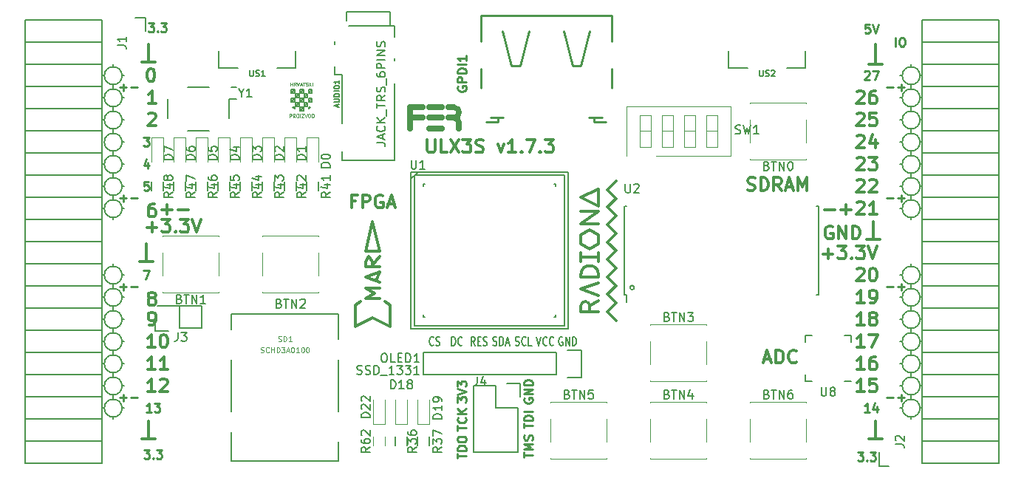
<source format=gto>
G04 #@! TF.FileFunction,Legend,Top*
%FSLAX46Y46*%
G04 Gerber Fmt 4.6, Leading zero omitted, Abs format (unit mm)*
G04 Created by KiCad (PCBNEW 4.0.7+dfsg1-1) date Fri Dec  8 14:43:59 2017*
%MOMM*%
%LPD*%
G01*
G04 APERTURE LIST*
%ADD10C,0.100000*%
%ADD11C,0.250000*%
%ADD12C,0.300000*%
%ADD13C,0.200000*%
%ADD14C,0.150000*%
%ADD15C,0.120000*%
%ADD16C,0.700000*%
%ADD17C,0.254000*%
%ADD18C,0.075000*%
%ADD19C,0.152400*%
%ADD20C,0.124460*%
G04 APERTURE END LIST*
D10*
D11*
X96148000Y-69111429D02*
X96909905Y-69111429D01*
X96528953Y-69492381D02*
X96528953Y-68730476D01*
X97386095Y-69111429D02*
X98148000Y-69111429D01*
X96148000Y-81811429D02*
X96909905Y-81811429D01*
X96528953Y-82192381D02*
X96528953Y-81430476D01*
X97386095Y-81811429D02*
X98148000Y-81811429D01*
X96148000Y-91971429D02*
X96909905Y-91971429D01*
X96528953Y-92352381D02*
X96528953Y-91590476D01*
X97386095Y-91971429D02*
X98148000Y-91971429D01*
X96148000Y-104671429D02*
X96909905Y-104671429D01*
X96528953Y-105052381D02*
X96528953Y-104290476D01*
X97386095Y-104671429D02*
X98148000Y-104671429D01*
X184032000Y-104671429D02*
X184793905Y-104671429D01*
X185270095Y-104671429D02*
X186032000Y-104671429D01*
X185651048Y-105052381D02*
X185651048Y-104290476D01*
X184032000Y-91971429D02*
X184793905Y-91971429D01*
X185270095Y-91971429D02*
X186032000Y-91971429D01*
X185651048Y-92352381D02*
X185651048Y-91590476D01*
X184032000Y-81811429D02*
X184793905Y-81811429D01*
X185270095Y-81811429D02*
X186032000Y-81811429D01*
X185651048Y-82192381D02*
X185651048Y-81430476D01*
X184032000Y-69111429D02*
X184793905Y-69111429D01*
X185270095Y-69111429D02*
X186032000Y-69111429D01*
X185651048Y-69492381D02*
X185651048Y-68730476D01*
X185016191Y-64412381D02*
X185016191Y-63412381D01*
X185682857Y-63412381D02*
X185873334Y-63412381D01*
X185968572Y-63460000D01*
X186063810Y-63555238D01*
X186111429Y-63745714D01*
X186111429Y-64079048D01*
X186063810Y-64269524D01*
X185968572Y-64364762D01*
X185873334Y-64412381D01*
X185682857Y-64412381D01*
X185587619Y-64364762D01*
X185492381Y-64269524D01*
X185444762Y-64079048D01*
X185444762Y-63745714D01*
X185492381Y-63555238D01*
X185587619Y-63460000D01*
X185682857Y-63412381D01*
D12*
X176928000Y-83117143D02*
X178070857Y-83117143D01*
X178785143Y-83117143D02*
X179928000Y-83117143D01*
X179356571Y-83688571D02*
X179356571Y-82545714D01*
D13*
X187826000Y-67770000D02*
G75*
G03X187826000Y-67770000I-1016000J0D01*
G01*
X187826000Y-70310000D02*
G75*
G03X187826000Y-70310000I-1016000J0D01*
G01*
X187826000Y-72850000D02*
G75*
G03X187826000Y-72850000I-1016000J0D01*
G01*
X187826000Y-75390000D02*
G75*
G03X187826000Y-75390000I-1016000J0D01*
G01*
X187826000Y-77930000D02*
G75*
G03X187826000Y-77930000I-1016000J0D01*
G01*
X187826000Y-80470000D02*
G75*
G03X187826000Y-80470000I-1016000J0D01*
G01*
X187826000Y-83010000D02*
G75*
G03X187826000Y-83010000I-1016000J0D01*
G01*
X187826000Y-90630000D02*
G75*
G03X187826000Y-90630000I-1016000J0D01*
G01*
X187826000Y-93170000D02*
G75*
G03X187826000Y-93170000I-1016000J0D01*
G01*
X187826000Y-95710000D02*
G75*
G03X187826000Y-95710000I-1016000J0D01*
G01*
X187826000Y-98250000D02*
G75*
G03X187826000Y-98250000I-1016000J0D01*
G01*
X187826000Y-100790000D02*
G75*
G03X187826000Y-100790000I-1016000J0D01*
G01*
X187826000Y-103330000D02*
G75*
G03X187826000Y-103330000I-1016000J0D01*
G01*
X187826000Y-105870000D02*
G75*
G03X187826000Y-105870000I-1016000J0D01*
G01*
X96386000Y-105870000D02*
G75*
G03X96386000Y-105870000I-1016000J0D01*
G01*
X96386000Y-103330000D02*
G75*
G03X96386000Y-103330000I-1016000J0D01*
G01*
X96386000Y-100790000D02*
G75*
G03X96386000Y-100790000I-1016000J0D01*
G01*
X96386000Y-98250000D02*
G75*
G03X96386000Y-98250000I-1016000J0D01*
G01*
X96386000Y-95710000D02*
G75*
G03X96386000Y-95710000I-1016000J0D01*
G01*
X96386000Y-93170000D02*
G75*
G03X96386000Y-93170000I-1016000J0D01*
G01*
X96386000Y-90630000D02*
G75*
G03X96386000Y-90630000I-1016000J0D01*
G01*
X96386000Y-83010000D02*
G75*
G03X96386000Y-83010000I-1016000J0D01*
G01*
X96386000Y-80470000D02*
G75*
G03X96386000Y-80470000I-1016000J0D01*
G01*
X96386000Y-77930000D02*
G75*
G03X96386000Y-77930000I-1016000J0D01*
G01*
X96386000Y-75390000D02*
G75*
G03X96386000Y-75390000I-1016000J0D01*
G01*
X96386000Y-72850000D02*
G75*
G03X96386000Y-72850000I-1016000J0D01*
G01*
X96386000Y-70310000D02*
G75*
G03X96386000Y-70310000I-1016000J0D01*
G01*
X96386000Y-67770000D02*
G75*
G03X96386000Y-67770000I-1016000J0D01*
G01*
D12*
X177793143Y-85054000D02*
X177650286Y-84982571D01*
X177436000Y-84982571D01*
X177221715Y-85054000D01*
X177078857Y-85196857D01*
X177007429Y-85339714D01*
X176936000Y-85625429D01*
X176936000Y-85839714D01*
X177007429Y-86125429D01*
X177078857Y-86268286D01*
X177221715Y-86411143D01*
X177436000Y-86482571D01*
X177578857Y-86482571D01*
X177793143Y-86411143D01*
X177864572Y-86339714D01*
X177864572Y-85839714D01*
X177578857Y-85839714D01*
X178507429Y-86482571D02*
X178507429Y-84982571D01*
X179364572Y-86482571D01*
X179364572Y-84982571D01*
X180078858Y-86482571D02*
X180078858Y-84982571D01*
X180436001Y-84982571D01*
X180650286Y-85054000D01*
X180793144Y-85196857D01*
X180864572Y-85339714D01*
X180936001Y-85625429D01*
X180936001Y-85839714D01*
X180864572Y-86125429D01*
X180793144Y-86268286D01*
X180650286Y-86411143D01*
X180436001Y-86482571D01*
X180078858Y-86482571D01*
X183254000Y-86566000D02*
X181730000Y-86566000D01*
X182492000Y-84534000D02*
X182492000Y-86566000D01*
X181984000Y-109426000D02*
X183508000Y-109426000D01*
X182746000Y-109426000D02*
X182746000Y-107394000D01*
D11*
X182047524Y-106322381D02*
X181476095Y-106322381D01*
X181761809Y-106322381D02*
X181761809Y-105322381D01*
X181666571Y-105465238D01*
X181571333Y-105560476D01*
X181476095Y-105608095D01*
X182904667Y-105655714D02*
X182904667Y-106322381D01*
X182666571Y-105274762D02*
X182428476Y-105989048D01*
X183047524Y-105989048D01*
X181476095Y-67317619D02*
X181523714Y-67270000D01*
X181618952Y-67222381D01*
X181857048Y-67222381D01*
X181952286Y-67270000D01*
X181999905Y-67317619D01*
X182047524Y-67412857D01*
X182047524Y-67508095D01*
X181999905Y-67650952D01*
X181428476Y-68222381D01*
X182047524Y-68222381D01*
X182380857Y-67222381D02*
X183047524Y-67222381D01*
X182618952Y-68222381D01*
D12*
X181984000Y-66500000D02*
X183508000Y-66500000D01*
X182746000Y-66500000D02*
X182746000Y-64214000D01*
X98672000Y-109426000D02*
X100196000Y-109426000D01*
X99434000Y-107394000D02*
X99434000Y-109426000D01*
D11*
X98846667Y-74842381D02*
X99465715Y-74842381D01*
X99132381Y-75223333D01*
X99275239Y-75223333D01*
X99370477Y-75270952D01*
X99418096Y-75318571D01*
X99465715Y-75413810D01*
X99465715Y-75651905D01*
X99418096Y-75747143D01*
X99370477Y-75794762D01*
X99275239Y-75842381D01*
X98989524Y-75842381D01*
X98894286Y-75794762D01*
X98846667Y-75747143D01*
X99370477Y-77715714D02*
X99370477Y-78382381D01*
X99132381Y-77334762D02*
X98894286Y-78049048D01*
X99513334Y-78049048D01*
X99418096Y-79922381D02*
X98941905Y-79922381D01*
X98894286Y-80398571D01*
X98941905Y-80350952D01*
X99037143Y-80303333D01*
X99275239Y-80303333D01*
X99370477Y-80350952D01*
X99418096Y-80398571D01*
X99465715Y-80493810D01*
X99465715Y-80731905D01*
X99418096Y-80827143D01*
X99370477Y-80874762D01*
X99275239Y-80922381D01*
X99037143Y-80922381D01*
X98941905Y-80874762D01*
X98894286Y-80827143D01*
X99751524Y-106322381D02*
X99180095Y-106322381D01*
X99465809Y-106322381D02*
X99465809Y-105322381D01*
X99370571Y-105465238D01*
X99275333Y-105560476D01*
X99180095Y-105608095D01*
X100084857Y-105322381D02*
X100703905Y-105322381D01*
X100370571Y-105703333D01*
X100513429Y-105703333D01*
X100608667Y-105750952D01*
X100656286Y-105798571D01*
X100703905Y-105893810D01*
X100703905Y-106131905D01*
X100656286Y-106227143D01*
X100608667Y-106274762D01*
X100513429Y-106322381D01*
X100227714Y-106322381D01*
X100132476Y-106274762D01*
X100084857Y-106227143D01*
X98846667Y-90082381D02*
X99513334Y-90082381D01*
X99084762Y-91082381D01*
D12*
X98418000Y-89106000D02*
X99942000Y-89106000D01*
X99180000Y-87074000D02*
X99180000Y-89106000D01*
X98672000Y-66246000D02*
X100196000Y-66246000D01*
X99434000Y-64214000D02*
X99434000Y-66246000D01*
D11*
X99402381Y-61761381D02*
X100021429Y-61761381D01*
X99688095Y-62142333D01*
X99830953Y-62142333D01*
X99926191Y-62189952D01*
X99973810Y-62237571D01*
X100021429Y-62332810D01*
X100021429Y-62570905D01*
X99973810Y-62666143D01*
X99926191Y-62713762D01*
X99830953Y-62761381D01*
X99545238Y-62761381D01*
X99450000Y-62713762D01*
X99402381Y-62666143D01*
X100450000Y-62666143D02*
X100497619Y-62713762D01*
X100450000Y-62761381D01*
X100402381Y-62713762D01*
X100450000Y-62666143D01*
X100450000Y-62761381D01*
X100830952Y-61761381D02*
X101450000Y-61761381D01*
X101116666Y-62142333D01*
X101259524Y-62142333D01*
X101354762Y-62189952D01*
X101402381Y-62237571D01*
X101450000Y-62332810D01*
X101450000Y-62570905D01*
X101402381Y-62666143D01*
X101354762Y-62713762D01*
X101259524Y-62761381D01*
X100973809Y-62761381D01*
X100878571Y-62713762D01*
X100830952Y-62666143D01*
X180682381Y-110910381D02*
X181301429Y-110910381D01*
X180968095Y-111291333D01*
X181110953Y-111291333D01*
X181206191Y-111338952D01*
X181253810Y-111386571D01*
X181301429Y-111481810D01*
X181301429Y-111719905D01*
X181253810Y-111815143D01*
X181206191Y-111862762D01*
X181110953Y-111910381D01*
X180825238Y-111910381D01*
X180730000Y-111862762D01*
X180682381Y-111815143D01*
X181730000Y-111815143D02*
X181777619Y-111862762D01*
X181730000Y-111910381D01*
X181682381Y-111862762D01*
X181730000Y-111815143D01*
X181730000Y-111910381D01*
X182110952Y-110910381D02*
X182730000Y-110910381D01*
X182396666Y-111291333D01*
X182539524Y-111291333D01*
X182634762Y-111338952D01*
X182682381Y-111386571D01*
X182730000Y-111481810D01*
X182730000Y-111719905D01*
X182682381Y-111815143D01*
X182634762Y-111862762D01*
X182539524Y-111910381D01*
X182253809Y-111910381D01*
X182158571Y-111862762D01*
X182110952Y-111815143D01*
D12*
X99228001Y-85149143D02*
X100370858Y-85149143D01*
X99799429Y-85720571D02*
X99799429Y-84577714D01*
X100942287Y-84220571D02*
X101870858Y-84220571D01*
X101370858Y-84792000D01*
X101585144Y-84792000D01*
X101728001Y-84863429D01*
X101799430Y-84934857D01*
X101870858Y-85077714D01*
X101870858Y-85434857D01*
X101799430Y-85577714D01*
X101728001Y-85649143D01*
X101585144Y-85720571D01*
X101156572Y-85720571D01*
X101013715Y-85649143D01*
X100942287Y-85577714D01*
X102513715Y-85577714D02*
X102585143Y-85649143D01*
X102513715Y-85720571D01*
X102442286Y-85649143D01*
X102513715Y-85577714D01*
X102513715Y-85720571D01*
X103085144Y-84220571D02*
X104013715Y-84220571D01*
X103513715Y-84792000D01*
X103728001Y-84792000D01*
X103870858Y-84863429D01*
X103942287Y-84934857D01*
X104013715Y-85077714D01*
X104013715Y-85434857D01*
X103942287Y-85577714D01*
X103870858Y-85649143D01*
X103728001Y-85720571D01*
X103299429Y-85720571D01*
X103156572Y-85649143D01*
X103085144Y-85577714D01*
X104442286Y-84220571D02*
X104942286Y-85720571D01*
X105442286Y-84220571D01*
D11*
X98894381Y-110656381D02*
X99513429Y-110656381D01*
X99180095Y-111037333D01*
X99322953Y-111037333D01*
X99418191Y-111084952D01*
X99465810Y-111132571D01*
X99513429Y-111227810D01*
X99513429Y-111465905D01*
X99465810Y-111561143D01*
X99418191Y-111608762D01*
X99322953Y-111656381D01*
X99037238Y-111656381D01*
X98942000Y-111608762D01*
X98894381Y-111561143D01*
X99942000Y-111561143D02*
X99989619Y-111608762D01*
X99942000Y-111656381D01*
X99894381Y-111608762D01*
X99942000Y-111561143D01*
X99942000Y-111656381D01*
X100322952Y-110656381D02*
X100942000Y-110656381D01*
X100608666Y-111037333D01*
X100751524Y-111037333D01*
X100846762Y-111084952D01*
X100894381Y-111132571D01*
X100942000Y-111227810D01*
X100942000Y-111465905D01*
X100894381Y-111561143D01*
X100846762Y-111608762D01*
X100751524Y-111656381D01*
X100465809Y-111656381D01*
X100370571Y-111608762D01*
X100322952Y-111561143D01*
X182047524Y-61888381D02*
X181571333Y-61888381D01*
X181523714Y-62364571D01*
X181571333Y-62316952D01*
X181666571Y-62269333D01*
X181904667Y-62269333D01*
X181999905Y-62316952D01*
X182047524Y-62364571D01*
X182095143Y-62459810D01*
X182095143Y-62697905D01*
X182047524Y-62793143D01*
X181999905Y-62840762D01*
X181904667Y-62888381D01*
X181666571Y-62888381D01*
X181571333Y-62840762D01*
X181523714Y-62793143D01*
X182380857Y-61888381D02*
X182714190Y-62888381D01*
X183047524Y-61888381D01*
D12*
X180587143Y-69631429D02*
X180658572Y-69560000D01*
X180801429Y-69488571D01*
X181158572Y-69488571D01*
X181301429Y-69560000D01*
X181372858Y-69631429D01*
X181444286Y-69774286D01*
X181444286Y-69917143D01*
X181372858Y-70131429D01*
X180515715Y-70988571D01*
X181444286Y-70988571D01*
X182730000Y-69488571D02*
X182444286Y-69488571D01*
X182301429Y-69560000D01*
X182230000Y-69631429D01*
X182087143Y-69845714D01*
X182015714Y-70131429D01*
X182015714Y-70702857D01*
X182087143Y-70845714D01*
X182158571Y-70917143D01*
X182301429Y-70988571D01*
X182587143Y-70988571D01*
X182730000Y-70917143D01*
X182801429Y-70845714D01*
X182872857Y-70702857D01*
X182872857Y-70345714D01*
X182801429Y-70202857D01*
X182730000Y-70131429D01*
X182587143Y-70060000D01*
X182301429Y-70060000D01*
X182158571Y-70131429D01*
X182087143Y-70202857D01*
X182015714Y-70345714D01*
X180587143Y-72171429D02*
X180658572Y-72100000D01*
X180801429Y-72028571D01*
X181158572Y-72028571D01*
X181301429Y-72100000D01*
X181372858Y-72171429D01*
X181444286Y-72314286D01*
X181444286Y-72457143D01*
X181372858Y-72671429D01*
X180515715Y-73528571D01*
X181444286Y-73528571D01*
X182801429Y-72028571D02*
X182087143Y-72028571D01*
X182015714Y-72742857D01*
X182087143Y-72671429D01*
X182230000Y-72600000D01*
X182587143Y-72600000D01*
X182730000Y-72671429D01*
X182801429Y-72742857D01*
X182872857Y-72885714D01*
X182872857Y-73242857D01*
X182801429Y-73385714D01*
X182730000Y-73457143D01*
X182587143Y-73528571D01*
X182230000Y-73528571D01*
X182087143Y-73457143D01*
X182015714Y-73385714D01*
X180587143Y-74711429D02*
X180658572Y-74640000D01*
X180801429Y-74568571D01*
X181158572Y-74568571D01*
X181301429Y-74640000D01*
X181372858Y-74711429D01*
X181444286Y-74854286D01*
X181444286Y-74997143D01*
X181372858Y-75211429D01*
X180515715Y-76068571D01*
X181444286Y-76068571D01*
X182730000Y-75068571D02*
X182730000Y-76068571D01*
X182372857Y-74497143D02*
X182015714Y-75568571D01*
X182944286Y-75568571D01*
X180587143Y-77251429D02*
X180658572Y-77180000D01*
X180801429Y-77108571D01*
X181158572Y-77108571D01*
X181301429Y-77180000D01*
X181372858Y-77251429D01*
X181444286Y-77394286D01*
X181444286Y-77537143D01*
X181372858Y-77751429D01*
X180515715Y-78608571D01*
X181444286Y-78608571D01*
X181944286Y-77108571D02*
X182872857Y-77108571D01*
X182372857Y-77680000D01*
X182587143Y-77680000D01*
X182730000Y-77751429D01*
X182801429Y-77822857D01*
X182872857Y-77965714D01*
X182872857Y-78322857D01*
X182801429Y-78465714D01*
X182730000Y-78537143D01*
X182587143Y-78608571D01*
X182158571Y-78608571D01*
X182015714Y-78537143D01*
X181944286Y-78465714D01*
X180587143Y-79791429D02*
X180658572Y-79720000D01*
X180801429Y-79648571D01*
X181158572Y-79648571D01*
X181301429Y-79720000D01*
X181372858Y-79791429D01*
X181444286Y-79934286D01*
X181444286Y-80077143D01*
X181372858Y-80291429D01*
X180515715Y-81148571D01*
X181444286Y-81148571D01*
X182015714Y-79791429D02*
X182087143Y-79720000D01*
X182230000Y-79648571D01*
X182587143Y-79648571D01*
X182730000Y-79720000D01*
X182801429Y-79791429D01*
X182872857Y-79934286D01*
X182872857Y-80077143D01*
X182801429Y-80291429D01*
X181944286Y-81148571D01*
X182872857Y-81148571D01*
X180587143Y-82331429D02*
X180658572Y-82260000D01*
X180801429Y-82188571D01*
X181158572Y-82188571D01*
X181301429Y-82260000D01*
X181372858Y-82331429D01*
X181444286Y-82474286D01*
X181444286Y-82617143D01*
X181372858Y-82831429D01*
X180515715Y-83688571D01*
X181444286Y-83688571D01*
X182872857Y-83688571D02*
X182015714Y-83688571D01*
X182444286Y-83688571D02*
X182444286Y-82188571D01*
X182301429Y-82402857D01*
X182158571Y-82545714D01*
X182015714Y-82617143D01*
X176698001Y-88197143D02*
X177840858Y-88197143D01*
X177269429Y-88768571D02*
X177269429Y-87625714D01*
X178412287Y-87268571D02*
X179340858Y-87268571D01*
X178840858Y-87840000D01*
X179055144Y-87840000D01*
X179198001Y-87911429D01*
X179269430Y-87982857D01*
X179340858Y-88125714D01*
X179340858Y-88482857D01*
X179269430Y-88625714D01*
X179198001Y-88697143D01*
X179055144Y-88768571D01*
X178626572Y-88768571D01*
X178483715Y-88697143D01*
X178412287Y-88625714D01*
X179983715Y-88625714D02*
X180055143Y-88697143D01*
X179983715Y-88768571D01*
X179912286Y-88697143D01*
X179983715Y-88625714D01*
X179983715Y-88768571D01*
X180555144Y-87268571D02*
X181483715Y-87268571D01*
X180983715Y-87840000D01*
X181198001Y-87840000D01*
X181340858Y-87911429D01*
X181412287Y-87982857D01*
X181483715Y-88125714D01*
X181483715Y-88482857D01*
X181412287Y-88625714D01*
X181340858Y-88697143D01*
X181198001Y-88768571D01*
X180769429Y-88768571D01*
X180626572Y-88697143D01*
X180555144Y-88625714D01*
X181912286Y-87268571D02*
X182412286Y-88768571D01*
X182912286Y-87268571D01*
X180587143Y-89951429D02*
X180658572Y-89880000D01*
X180801429Y-89808571D01*
X181158572Y-89808571D01*
X181301429Y-89880000D01*
X181372858Y-89951429D01*
X181444286Y-90094286D01*
X181444286Y-90237143D01*
X181372858Y-90451429D01*
X180515715Y-91308571D01*
X181444286Y-91308571D01*
X182372857Y-89808571D02*
X182515714Y-89808571D01*
X182658571Y-89880000D01*
X182730000Y-89951429D01*
X182801429Y-90094286D01*
X182872857Y-90380000D01*
X182872857Y-90737143D01*
X182801429Y-91022857D01*
X182730000Y-91165714D01*
X182658571Y-91237143D01*
X182515714Y-91308571D01*
X182372857Y-91308571D01*
X182230000Y-91237143D01*
X182158571Y-91165714D01*
X182087143Y-91022857D01*
X182015714Y-90737143D01*
X182015714Y-90380000D01*
X182087143Y-90094286D01*
X182158571Y-89951429D01*
X182230000Y-89880000D01*
X182372857Y-89808571D01*
X181444286Y-93848571D02*
X180587143Y-93848571D01*
X181015715Y-93848571D02*
X181015715Y-92348571D01*
X180872858Y-92562857D01*
X180730000Y-92705714D01*
X180587143Y-92777143D01*
X182158571Y-93848571D02*
X182444286Y-93848571D01*
X182587143Y-93777143D01*
X182658571Y-93705714D01*
X182801429Y-93491429D01*
X182872857Y-93205714D01*
X182872857Y-92634286D01*
X182801429Y-92491429D01*
X182730000Y-92420000D01*
X182587143Y-92348571D01*
X182301429Y-92348571D01*
X182158571Y-92420000D01*
X182087143Y-92491429D01*
X182015714Y-92634286D01*
X182015714Y-92991429D01*
X182087143Y-93134286D01*
X182158571Y-93205714D01*
X182301429Y-93277143D01*
X182587143Y-93277143D01*
X182730000Y-93205714D01*
X182801429Y-93134286D01*
X182872857Y-92991429D01*
X181444286Y-96388571D02*
X180587143Y-96388571D01*
X181015715Y-96388571D02*
X181015715Y-94888571D01*
X180872858Y-95102857D01*
X180730000Y-95245714D01*
X180587143Y-95317143D01*
X182301429Y-95531429D02*
X182158571Y-95460000D01*
X182087143Y-95388571D01*
X182015714Y-95245714D01*
X182015714Y-95174286D01*
X182087143Y-95031429D01*
X182158571Y-94960000D01*
X182301429Y-94888571D01*
X182587143Y-94888571D01*
X182730000Y-94960000D01*
X182801429Y-95031429D01*
X182872857Y-95174286D01*
X182872857Y-95245714D01*
X182801429Y-95388571D01*
X182730000Y-95460000D01*
X182587143Y-95531429D01*
X182301429Y-95531429D01*
X182158571Y-95602857D01*
X182087143Y-95674286D01*
X182015714Y-95817143D01*
X182015714Y-96102857D01*
X182087143Y-96245714D01*
X182158571Y-96317143D01*
X182301429Y-96388571D01*
X182587143Y-96388571D01*
X182730000Y-96317143D01*
X182801429Y-96245714D01*
X182872857Y-96102857D01*
X182872857Y-95817143D01*
X182801429Y-95674286D01*
X182730000Y-95602857D01*
X182587143Y-95531429D01*
X181444286Y-98928571D02*
X180587143Y-98928571D01*
X181015715Y-98928571D02*
X181015715Y-97428571D01*
X180872858Y-97642857D01*
X180730000Y-97785714D01*
X180587143Y-97857143D01*
X181944286Y-97428571D02*
X182944286Y-97428571D01*
X182301429Y-98928571D01*
X181444286Y-101468571D02*
X180587143Y-101468571D01*
X181015715Y-101468571D02*
X181015715Y-99968571D01*
X180872858Y-100182857D01*
X180730000Y-100325714D01*
X180587143Y-100397143D01*
X182730000Y-99968571D02*
X182444286Y-99968571D01*
X182301429Y-100040000D01*
X182230000Y-100111429D01*
X182087143Y-100325714D01*
X182015714Y-100611429D01*
X182015714Y-101182857D01*
X182087143Y-101325714D01*
X182158571Y-101397143D01*
X182301429Y-101468571D01*
X182587143Y-101468571D01*
X182730000Y-101397143D01*
X182801429Y-101325714D01*
X182872857Y-101182857D01*
X182872857Y-100825714D01*
X182801429Y-100682857D01*
X182730000Y-100611429D01*
X182587143Y-100540000D01*
X182301429Y-100540000D01*
X182158571Y-100611429D01*
X182087143Y-100682857D01*
X182015714Y-100825714D01*
X181444286Y-104008571D02*
X180587143Y-104008571D01*
X181015715Y-104008571D02*
X181015715Y-102508571D01*
X180872858Y-102722857D01*
X180730000Y-102865714D01*
X180587143Y-102937143D01*
X182801429Y-102508571D02*
X182087143Y-102508571D01*
X182015714Y-103222857D01*
X182087143Y-103151429D01*
X182230000Y-103080000D01*
X182587143Y-103080000D01*
X182730000Y-103151429D01*
X182801429Y-103222857D01*
X182872857Y-103365714D01*
X182872857Y-103722857D01*
X182801429Y-103865714D01*
X182730000Y-103937143D01*
X182587143Y-104008571D01*
X182230000Y-104008571D01*
X182087143Y-103937143D01*
X182015714Y-103865714D01*
D13*
X186810000Y-66500000D02*
X186810000Y-66754000D01*
X187826000Y-67770000D02*
X188080000Y-67770000D01*
X185540000Y-67770000D02*
X185794000Y-67770000D01*
X186810000Y-69294000D02*
X186810000Y-68786000D01*
X187826000Y-70310000D02*
X188080000Y-70310000D01*
X185540000Y-70310000D02*
X185794000Y-70310000D01*
X186810000Y-71326000D02*
X186810000Y-71834000D01*
X187826000Y-72850000D02*
X188080000Y-72850000D01*
X185540000Y-72850000D02*
X185794000Y-72850000D01*
X186810000Y-73866000D02*
X186810000Y-74374000D01*
X187826000Y-75390000D02*
X188080000Y-75390000D01*
X185540000Y-75390000D02*
X185794000Y-75390000D01*
X186810000Y-76406000D02*
X186810000Y-76914000D01*
X187826000Y-77930000D02*
X188080000Y-77930000D01*
X185540000Y-77930000D02*
X185794000Y-77930000D01*
X186810000Y-79454000D02*
X186810000Y-78946000D01*
X187826000Y-80470000D02*
X188080000Y-80470000D01*
X185540000Y-80470000D02*
X185794000Y-80470000D01*
X186810000Y-81994000D02*
X186810000Y-81486000D01*
X187826000Y-83010000D02*
X188080000Y-83010000D01*
X185540000Y-83010000D02*
X185794000Y-83010000D01*
X186810000Y-84026000D02*
X186810000Y-84280000D01*
X186810000Y-89360000D02*
X186810000Y-89614000D01*
X187826000Y-90630000D02*
X188080000Y-90630000D01*
X185540000Y-90630000D02*
X185794000Y-90630000D01*
X186810000Y-91646000D02*
X186810000Y-92154000D01*
X187826000Y-93170000D02*
X188080000Y-93170000D01*
X185540000Y-93170000D02*
X185794000Y-93170000D01*
X186810000Y-94186000D02*
X186810000Y-94694000D01*
X187826000Y-95710000D02*
X188080000Y-95710000D01*
X185540000Y-95710000D02*
X185794000Y-95710000D01*
X186810000Y-97234000D02*
X186810000Y-96726000D01*
X187826000Y-98250000D02*
X188080000Y-98250000D01*
X185540000Y-98250000D02*
X185794000Y-98250000D01*
X187826000Y-100790000D02*
X188080000Y-100790000D01*
X185540000Y-100790000D02*
X185794000Y-100790000D01*
X186810000Y-99266000D02*
X186810000Y-99774000D01*
X186810000Y-102314000D02*
X186810000Y-101806000D01*
X187826000Y-103330000D02*
X188080000Y-103330000D01*
X185540000Y-103330000D02*
X185794000Y-103330000D01*
X186810000Y-104346000D02*
X186810000Y-104854000D01*
X185540000Y-105870000D02*
X185794000Y-105870000D01*
X187826000Y-105870000D02*
X188080000Y-105870000D01*
X186810000Y-106886000D02*
X186810000Y-107140000D01*
X95370000Y-66754000D02*
X95370000Y-66500000D01*
X96386000Y-67770000D02*
X96640000Y-67770000D01*
X94100000Y-67770000D02*
X94354000Y-67770000D01*
X95370000Y-68786000D02*
X95370000Y-69294000D01*
X96386000Y-70310000D02*
X96640000Y-70310000D01*
X94100000Y-70310000D02*
X94354000Y-70310000D01*
X95370000Y-71326000D02*
X95370000Y-71834000D01*
X96386000Y-72850000D02*
X96640000Y-72850000D01*
X94100000Y-72850000D02*
X94354000Y-72850000D01*
X95370000Y-73866000D02*
X95370000Y-74374000D01*
X96386000Y-75390000D02*
X96640000Y-75390000D01*
X95370000Y-76406000D02*
X95370000Y-76914000D01*
X96386000Y-77930000D02*
X96640000Y-77930000D01*
X94100000Y-77930000D02*
X94354000Y-77930000D01*
X95370000Y-79454000D02*
X95370000Y-78946000D01*
X96386000Y-80470000D02*
X96640000Y-80470000D01*
X94100000Y-80470000D02*
X94354000Y-80470000D01*
X95370000Y-81486000D02*
X95370000Y-81994000D01*
X96386000Y-83010000D02*
X96640000Y-83010000D01*
X95370000Y-84026000D02*
X95370000Y-84280000D01*
X94100000Y-83010000D02*
X94354000Y-83010000D01*
X95370000Y-106886000D02*
X95370000Y-107140000D01*
X95370000Y-89360000D02*
X95370000Y-89614000D01*
X96386000Y-93170000D02*
X96640000Y-93170000D01*
X94100000Y-93170000D02*
X94354000Y-93170000D01*
X95370000Y-94186000D02*
X95370000Y-94694000D01*
X94100000Y-90630000D02*
X94354000Y-90630000D01*
X96386000Y-90630000D02*
X96640000Y-90630000D01*
X95370000Y-92154000D02*
X95370000Y-91646000D01*
X96386000Y-95710000D02*
X96640000Y-95710000D01*
X94100000Y-95710000D02*
X94354000Y-95710000D01*
X96386000Y-98250000D02*
X96640000Y-98250000D01*
X94354000Y-98250000D02*
X94100000Y-98250000D01*
X95370000Y-96726000D02*
X95370000Y-97234000D01*
X95370000Y-99266000D02*
X95370000Y-99774000D01*
X94100000Y-100790000D02*
X94354000Y-100790000D01*
X96386000Y-100790000D02*
X96640000Y-100790000D01*
X94100000Y-103330000D02*
X94354000Y-103330000D01*
X96386000Y-103330000D02*
X96640000Y-103330000D01*
X95370000Y-101806000D02*
X95370000Y-102314000D01*
X95370000Y-104346000D02*
X95370000Y-104854000D01*
X96386000Y-105870000D02*
X96640000Y-105870000D01*
X94100000Y-105870000D02*
X94354000Y-105870000D01*
D12*
X100982000Y-83117143D02*
X102124857Y-83117143D01*
X101553428Y-83688571D02*
X101553428Y-82545714D01*
X102839143Y-83117143D02*
X103982000Y-83117143D01*
X100164286Y-104008571D02*
X99307143Y-104008571D01*
X99735715Y-104008571D02*
X99735715Y-102508571D01*
X99592858Y-102722857D01*
X99450000Y-102865714D01*
X99307143Y-102937143D01*
X100735714Y-102651429D02*
X100807143Y-102580000D01*
X100950000Y-102508571D01*
X101307143Y-102508571D01*
X101450000Y-102580000D01*
X101521429Y-102651429D01*
X101592857Y-102794286D01*
X101592857Y-102937143D01*
X101521429Y-103151429D01*
X100664286Y-104008571D01*
X101592857Y-104008571D01*
X100164286Y-101468571D02*
X99307143Y-101468571D01*
X99735715Y-101468571D02*
X99735715Y-99968571D01*
X99592858Y-100182857D01*
X99450000Y-100325714D01*
X99307143Y-100397143D01*
X101592857Y-101468571D02*
X100735714Y-101468571D01*
X101164286Y-101468571D02*
X101164286Y-99968571D01*
X101021429Y-100182857D01*
X100878571Y-100325714D01*
X100735714Y-100397143D01*
X100164286Y-98928571D02*
X99307143Y-98928571D01*
X99735715Y-98928571D02*
X99735715Y-97428571D01*
X99592858Y-97642857D01*
X99450000Y-97785714D01*
X99307143Y-97857143D01*
X101092857Y-97428571D02*
X101235714Y-97428571D01*
X101378571Y-97500000D01*
X101450000Y-97571429D01*
X101521429Y-97714286D01*
X101592857Y-98000000D01*
X101592857Y-98357143D01*
X101521429Y-98642857D01*
X101450000Y-98785714D01*
X101378571Y-98857143D01*
X101235714Y-98928571D01*
X101092857Y-98928571D01*
X100950000Y-98857143D01*
X100878571Y-98785714D01*
X100807143Y-98642857D01*
X100735714Y-98357143D01*
X100735714Y-98000000D01*
X100807143Y-97714286D01*
X100878571Y-97571429D01*
X100950000Y-97500000D01*
X101092857Y-97428571D01*
X99529286Y-96388571D02*
X99815001Y-96388571D01*
X99957858Y-96317143D01*
X100029286Y-96245714D01*
X100172144Y-96031429D01*
X100243572Y-95745714D01*
X100243572Y-95174286D01*
X100172144Y-95031429D01*
X100100715Y-94960000D01*
X99957858Y-94888571D01*
X99672144Y-94888571D01*
X99529286Y-94960000D01*
X99457858Y-95031429D01*
X99386429Y-95174286D01*
X99386429Y-95531429D01*
X99457858Y-95674286D01*
X99529286Y-95745714D01*
X99672144Y-95817143D01*
X99957858Y-95817143D01*
X100100715Y-95745714D01*
X100172144Y-95674286D01*
X100243572Y-95531429D01*
X99672144Y-93245429D02*
X99529286Y-93174000D01*
X99457858Y-93102571D01*
X99386429Y-92959714D01*
X99386429Y-92888286D01*
X99457858Y-92745429D01*
X99529286Y-92674000D01*
X99672144Y-92602571D01*
X99957858Y-92602571D01*
X100100715Y-92674000D01*
X100172144Y-92745429D01*
X100243572Y-92888286D01*
X100243572Y-92959714D01*
X100172144Y-93102571D01*
X100100715Y-93174000D01*
X99957858Y-93245429D01*
X99672144Y-93245429D01*
X99529286Y-93316857D01*
X99457858Y-93388286D01*
X99386429Y-93531143D01*
X99386429Y-93816857D01*
X99457858Y-93959714D01*
X99529286Y-94031143D01*
X99672144Y-94102571D01*
X99957858Y-94102571D01*
X100100715Y-94031143D01*
X100172144Y-93959714D01*
X100243572Y-93816857D01*
X100243572Y-93531143D01*
X100172144Y-93388286D01*
X100100715Y-93316857D01*
X99957858Y-93245429D01*
X100100715Y-82442571D02*
X99815001Y-82442571D01*
X99672144Y-82514000D01*
X99600715Y-82585429D01*
X99457858Y-82799714D01*
X99386429Y-83085429D01*
X99386429Y-83656857D01*
X99457858Y-83799714D01*
X99529286Y-83871143D01*
X99672144Y-83942571D01*
X99957858Y-83942571D01*
X100100715Y-83871143D01*
X100172144Y-83799714D01*
X100243572Y-83656857D01*
X100243572Y-83299714D01*
X100172144Y-83156857D01*
X100100715Y-83085429D01*
X99957858Y-83014000D01*
X99672144Y-83014000D01*
X99529286Y-83085429D01*
X99457858Y-83156857D01*
X99386429Y-83299714D01*
X99386429Y-72171429D02*
X99457858Y-72100000D01*
X99600715Y-72028571D01*
X99957858Y-72028571D01*
X100100715Y-72100000D01*
X100172144Y-72171429D01*
X100243572Y-72314286D01*
X100243572Y-72457143D01*
X100172144Y-72671429D01*
X99315001Y-73528571D01*
X100243572Y-73528571D01*
X100243572Y-70988571D02*
X99386429Y-70988571D01*
X99815001Y-70988571D02*
X99815001Y-69488571D01*
X99672144Y-69702857D01*
X99529286Y-69845714D01*
X99386429Y-69917143D01*
X99616572Y-66948571D02*
X99759429Y-66948571D01*
X99902286Y-67020000D01*
X99973715Y-67091429D01*
X100045144Y-67234286D01*
X100116572Y-67520000D01*
X100116572Y-67877143D01*
X100045144Y-68162857D01*
X99973715Y-68305714D01*
X99902286Y-68377143D01*
X99759429Y-68448571D01*
X99616572Y-68448571D01*
X99473715Y-68377143D01*
X99402286Y-68305714D01*
X99330858Y-68162857D01*
X99259429Y-67877143D01*
X99259429Y-67520000D01*
X99330858Y-67234286D01*
X99402286Y-67091429D01*
X99473715Y-67020000D01*
X99616572Y-66948571D01*
X131371430Y-75076571D02*
X131371430Y-76290857D01*
X131442858Y-76433714D01*
X131514287Y-76505143D01*
X131657144Y-76576571D01*
X131942858Y-76576571D01*
X132085716Y-76505143D01*
X132157144Y-76433714D01*
X132228573Y-76290857D01*
X132228573Y-75076571D01*
X133657145Y-76576571D02*
X132942859Y-76576571D01*
X132942859Y-75076571D01*
X134014288Y-75076571D02*
X135014288Y-76576571D01*
X135014288Y-75076571D02*
X134014288Y-76576571D01*
X135442859Y-75076571D02*
X136371430Y-75076571D01*
X135871430Y-75648000D01*
X136085716Y-75648000D01*
X136228573Y-75719429D01*
X136300002Y-75790857D01*
X136371430Y-75933714D01*
X136371430Y-76290857D01*
X136300002Y-76433714D01*
X136228573Y-76505143D01*
X136085716Y-76576571D01*
X135657144Y-76576571D01*
X135514287Y-76505143D01*
X135442859Y-76433714D01*
X136942858Y-76505143D02*
X137157144Y-76576571D01*
X137514287Y-76576571D01*
X137657144Y-76505143D01*
X137728573Y-76433714D01*
X137800001Y-76290857D01*
X137800001Y-76148000D01*
X137728573Y-76005143D01*
X137657144Y-75933714D01*
X137514287Y-75862286D01*
X137228573Y-75790857D01*
X137085715Y-75719429D01*
X137014287Y-75648000D01*
X136942858Y-75505143D01*
X136942858Y-75362286D01*
X137014287Y-75219429D01*
X137085715Y-75148000D01*
X137228573Y-75076571D01*
X137585715Y-75076571D01*
X137800001Y-75148000D01*
X139442858Y-75576571D02*
X139800001Y-76576571D01*
X140157143Y-75576571D01*
X141514286Y-76576571D02*
X140657143Y-76576571D01*
X141085715Y-76576571D02*
X141085715Y-75076571D01*
X140942858Y-75290857D01*
X140800000Y-75433714D01*
X140657143Y-75505143D01*
X142157143Y-76433714D02*
X142228571Y-76505143D01*
X142157143Y-76576571D01*
X142085714Y-76505143D01*
X142157143Y-76433714D01*
X142157143Y-76576571D01*
X142728572Y-75076571D02*
X143728572Y-75076571D01*
X143085715Y-76576571D01*
X144300000Y-76433714D02*
X144371428Y-76505143D01*
X144300000Y-76576571D01*
X144228571Y-76505143D01*
X144300000Y-76433714D01*
X144300000Y-76576571D01*
X144871429Y-75076571D02*
X145800000Y-75076571D01*
X145300000Y-75648000D01*
X145514286Y-75648000D01*
X145657143Y-75719429D01*
X145728572Y-75790857D01*
X145800000Y-75933714D01*
X145800000Y-76290857D01*
X145728572Y-76433714D01*
X145657143Y-76505143D01*
X145514286Y-76576571D01*
X145085714Y-76576571D01*
X144942857Y-76505143D01*
X144871429Y-76433714D01*
X123159429Y-82140857D02*
X122659429Y-82140857D01*
X122659429Y-82926571D02*
X122659429Y-81426571D01*
X123373715Y-81426571D01*
X123945143Y-82926571D02*
X123945143Y-81426571D01*
X124516571Y-81426571D01*
X124659429Y-81498000D01*
X124730857Y-81569429D01*
X124802286Y-81712286D01*
X124802286Y-81926571D01*
X124730857Y-82069429D01*
X124659429Y-82140857D01*
X124516571Y-82212286D01*
X123945143Y-82212286D01*
X126230857Y-81498000D02*
X126088000Y-81426571D01*
X125873714Y-81426571D01*
X125659429Y-81498000D01*
X125516571Y-81640857D01*
X125445143Y-81783714D01*
X125373714Y-82069429D01*
X125373714Y-82283714D01*
X125445143Y-82569429D01*
X125516571Y-82712286D01*
X125659429Y-82855143D01*
X125873714Y-82926571D01*
X126016571Y-82926571D01*
X126230857Y-82855143D01*
X126302286Y-82783714D01*
X126302286Y-82283714D01*
X126016571Y-82283714D01*
X126873714Y-82498000D02*
X127588000Y-82498000D01*
X126730857Y-82926571D02*
X127230857Y-81426571D01*
X127730857Y-82926571D01*
X168077929Y-80886643D02*
X168292215Y-80958071D01*
X168649358Y-80958071D01*
X168792215Y-80886643D01*
X168863644Y-80815214D01*
X168935072Y-80672357D01*
X168935072Y-80529500D01*
X168863644Y-80386643D01*
X168792215Y-80315214D01*
X168649358Y-80243786D01*
X168363644Y-80172357D01*
X168220786Y-80100929D01*
X168149358Y-80029500D01*
X168077929Y-79886643D01*
X168077929Y-79743786D01*
X168149358Y-79600929D01*
X168220786Y-79529500D01*
X168363644Y-79458071D01*
X168720786Y-79458071D01*
X168935072Y-79529500D01*
X169577929Y-80958071D02*
X169577929Y-79458071D01*
X169935072Y-79458071D01*
X170149357Y-79529500D01*
X170292215Y-79672357D01*
X170363643Y-79815214D01*
X170435072Y-80100929D01*
X170435072Y-80315214D01*
X170363643Y-80600929D01*
X170292215Y-80743786D01*
X170149357Y-80886643D01*
X169935072Y-80958071D01*
X169577929Y-80958071D01*
X171935072Y-80958071D02*
X171435072Y-80243786D01*
X171077929Y-80958071D02*
X171077929Y-79458071D01*
X171649357Y-79458071D01*
X171792215Y-79529500D01*
X171863643Y-79600929D01*
X171935072Y-79743786D01*
X171935072Y-79958071D01*
X171863643Y-80100929D01*
X171792215Y-80172357D01*
X171649357Y-80243786D01*
X171077929Y-80243786D01*
X172506500Y-80529500D02*
X173220786Y-80529500D01*
X172363643Y-80958071D02*
X172863643Y-79458071D01*
X173363643Y-80958071D01*
X173863643Y-80958071D02*
X173863643Y-79458071D01*
X174363643Y-80529500D01*
X174863643Y-79458071D01*
X174863643Y-80958071D01*
X169966857Y-100278000D02*
X170681143Y-100278000D01*
X169824000Y-100706571D02*
X170324000Y-99206571D01*
X170824000Y-100706571D01*
X171324000Y-100706571D02*
X171324000Y-99206571D01*
X171681143Y-99206571D01*
X171895428Y-99278000D01*
X172038286Y-99420857D01*
X172109714Y-99563714D01*
X172181143Y-99849429D01*
X172181143Y-100063714D01*
X172109714Y-100349429D01*
X172038286Y-100492286D01*
X171895428Y-100635143D01*
X171681143Y-100706571D01*
X171324000Y-100706571D01*
X173681143Y-100563714D02*
X173609714Y-100635143D01*
X173395428Y-100706571D01*
X173252571Y-100706571D01*
X173038286Y-100635143D01*
X172895428Y-100492286D01*
X172824000Y-100349429D01*
X172752571Y-100063714D01*
X172752571Y-99849429D01*
X172824000Y-99563714D01*
X172895428Y-99420857D01*
X173038286Y-99278000D01*
X173252571Y-99206571D01*
X173395428Y-99206571D01*
X173609714Y-99278000D01*
X173681143Y-99349429D01*
D11*
X142447381Y-111521333D02*
X142447381Y-110949904D01*
X143447381Y-111235619D02*
X142447381Y-111235619D01*
X143447381Y-110616571D02*
X142447381Y-110616571D01*
X143161667Y-110283237D01*
X142447381Y-109949904D01*
X143447381Y-109949904D01*
X143399762Y-109521333D02*
X143447381Y-109378476D01*
X143447381Y-109140380D01*
X143399762Y-109045142D01*
X143352143Y-108997523D01*
X143256905Y-108949904D01*
X143161667Y-108949904D01*
X143066429Y-108997523D01*
X143018810Y-109045142D01*
X142971190Y-109140380D01*
X142923571Y-109330857D01*
X142875952Y-109426095D01*
X142828333Y-109473714D01*
X142733095Y-109521333D01*
X142637857Y-109521333D01*
X142542619Y-109473714D01*
X142495000Y-109426095D01*
X142447381Y-109330857D01*
X142447381Y-109092761D01*
X142495000Y-108949904D01*
X142447381Y-108163809D02*
X142447381Y-107592380D01*
X143447381Y-107878095D02*
X142447381Y-107878095D01*
X143447381Y-107259047D02*
X142447381Y-107259047D01*
X142447381Y-107020952D01*
X142495000Y-106878094D01*
X142590238Y-106782856D01*
X142685476Y-106735237D01*
X142875952Y-106687618D01*
X143018810Y-106687618D01*
X143209286Y-106735237D01*
X143304524Y-106782856D01*
X143399762Y-106878094D01*
X143447381Y-107020952D01*
X143447381Y-107259047D01*
X143447381Y-106259047D02*
X142447381Y-106259047D01*
X142495000Y-104726904D02*
X142447381Y-104822142D01*
X142447381Y-104964999D01*
X142495000Y-105107857D01*
X142590238Y-105203095D01*
X142685476Y-105250714D01*
X142875952Y-105298333D01*
X143018810Y-105298333D01*
X143209286Y-105250714D01*
X143304524Y-105203095D01*
X143399762Y-105107857D01*
X143447381Y-104964999D01*
X143447381Y-104869761D01*
X143399762Y-104726904D01*
X143352143Y-104679285D01*
X143018810Y-104679285D01*
X143018810Y-104869761D01*
X143447381Y-104250714D02*
X142447381Y-104250714D01*
X143447381Y-103679285D01*
X142447381Y-103679285D01*
X143447381Y-103203095D02*
X142447381Y-103203095D01*
X142447381Y-102965000D01*
X142495000Y-102822142D01*
X142590238Y-102726904D01*
X142685476Y-102679285D01*
X142875952Y-102631666D01*
X143018810Y-102631666D01*
X143209286Y-102679285D01*
X143304524Y-102726904D01*
X143399762Y-102822142D01*
X143447381Y-102965000D01*
X143447381Y-103203095D01*
X134827381Y-111624524D02*
X134827381Y-111053095D01*
X135827381Y-111338810D02*
X134827381Y-111338810D01*
X135827381Y-110719762D02*
X134827381Y-110719762D01*
X134827381Y-110481667D01*
X134875000Y-110338809D01*
X134970238Y-110243571D01*
X135065476Y-110195952D01*
X135255952Y-110148333D01*
X135398810Y-110148333D01*
X135589286Y-110195952D01*
X135684524Y-110243571D01*
X135779762Y-110338809D01*
X135827381Y-110481667D01*
X135827381Y-110719762D01*
X134827381Y-109529286D02*
X134827381Y-109338809D01*
X134875000Y-109243571D01*
X134970238Y-109148333D01*
X135160714Y-109100714D01*
X135494048Y-109100714D01*
X135684524Y-109148333D01*
X135779762Y-109243571D01*
X135827381Y-109338809D01*
X135827381Y-109529286D01*
X135779762Y-109624524D01*
X135684524Y-109719762D01*
X135494048Y-109767381D01*
X135160714Y-109767381D01*
X134970238Y-109719762D01*
X134875000Y-109624524D01*
X134827381Y-109529286D01*
X134827381Y-108425714D02*
X134827381Y-107854285D01*
X135827381Y-108140000D02*
X134827381Y-108140000D01*
X135732143Y-106949523D02*
X135779762Y-106997142D01*
X135827381Y-107139999D01*
X135827381Y-107235237D01*
X135779762Y-107378095D01*
X135684524Y-107473333D01*
X135589286Y-107520952D01*
X135398810Y-107568571D01*
X135255952Y-107568571D01*
X135065476Y-107520952D01*
X134970238Y-107473333D01*
X134875000Y-107378095D01*
X134827381Y-107235237D01*
X134827381Y-107139999D01*
X134875000Y-106997142D01*
X134922619Y-106949523D01*
X135827381Y-106520952D02*
X134827381Y-106520952D01*
X135827381Y-105949523D02*
X135255952Y-106378095D01*
X134827381Y-105949523D02*
X135398810Y-106520952D01*
X134827381Y-105203095D02*
X134827381Y-104584047D01*
X135208333Y-104917381D01*
X135208333Y-104774523D01*
X135255952Y-104679285D01*
X135303571Y-104631666D01*
X135398810Y-104584047D01*
X135636905Y-104584047D01*
X135732143Y-104631666D01*
X135779762Y-104679285D01*
X135827381Y-104774523D01*
X135827381Y-105060238D01*
X135779762Y-105155476D01*
X135732143Y-105203095D01*
X134827381Y-104298333D02*
X135827381Y-103965000D01*
X134827381Y-103631666D01*
X134827381Y-103393571D02*
X134827381Y-102774523D01*
X135208333Y-103107857D01*
X135208333Y-102964999D01*
X135255952Y-102869761D01*
X135303571Y-102822142D01*
X135398810Y-102774523D01*
X135636905Y-102774523D01*
X135732143Y-102822142D01*
X135779762Y-102869761D01*
X135827381Y-102964999D01*
X135827381Y-103250714D01*
X135779762Y-103345952D01*
X135732143Y-103393571D01*
D14*
X85270000Y-112220000D02*
X94100000Y-112220000D01*
X85270000Y-109680000D02*
X85270000Y-112220000D01*
X94100000Y-109680000D02*
X94100000Y-112220000D01*
X94100000Y-112220000D02*
X85270000Y-112220000D01*
X94100000Y-109680000D02*
X85270000Y-109680000D01*
X94100000Y-107140000D02*
X94100000Y-109680000D01*
X85270000Y-107140000D02*
X85270000Y-109680000D01*
X85270000Y-109680000D02*
X94100000Y-109680000D01*
X85270000Y-91900000D02*
X94100000Y-91900000D01*
X85270000Y-89360000D02*
X85270000Y-91900000D01*
X94100000Y-89360000D02*
X94100000Y-91900000D01*
X94100000Y-91900000D02*
X85270000Y-91900000D01*
X94100000Y-94440000D02*
X85270000Y-94440000D01*
X94100000Y-91900000D02*
X94100000Y-94440000D01*
X85270000Y-91900000D02*
X85270000Y-94440000D01*
X85270000Y-94440000D02*
X94100000Y-94440000D01*
X85270000Y-107140000D02*
X94100000Y-107140000D01*
X85270000Y-104600000D02*
X85270000Y-107140000D01*
X94100000Y-104600000D02*
X94100000Y-107140000D01*
X94100000Y-107140000D02*
X85270000Y-107140000D01*
X94100000Y-104600000D02*
X85270000Y-104600000D01*
X94100000Y-102060000D02*
X94100000Y-104600000D01*
X85270000Y-102060000D02*
X85270000Y-104600000D01*
X85270000Y-104600000D02*
X94100000Y-104600000D01*
X85270000Y-102060000D02*
X94100000Y-102060000D01*
X85270000Y-99520000D02*
X85270000Y-102060000D01*
X94100000Y-99520000D02*
X94100000Y-102060000D01*
X94100000Y-102060000D02*
X85270000Y-102060000D01*
X94100000Y-99520000D02*
X85270000Y-99520000D01*
X94100000Y-96980000D02*
X94100000Y-99520000D01*
X85270000Y-96980000D02*
X85270000Y-99520000D01*
X85270000Y-99520000D02*
X94100000Y-99520000D01*
X85270000Y-96980000D02*
X94100000Y-96980000D01*
X85270000Y-94440000D02*
X85270000Y-96980000D01*
X94100000Y-94440000D02*
X94100000Y-96980000D01*
X94100000Y-96980000D02*
X85270000Y-96980000D01*
X94100000Y-79200000D02*
X85270000Y-79200000D01*
X94100000Y-76660000D02*
X94100000Y-79200000D01*
X85270000Y-76660000D02*
X85270000Y-79200000D01*
X85270000Y-79200000D02*
X94100000Y-79200000D01*
X85270000Y-81740000D02*
X94100000Y-81740000D01*
X85270000Y-79200000D02*
X85270000Y-81740000D01*
X94100000Y-79200000D02*
X94100000Y-81740000D01*
X94100000Y-81740000D02*
X85270000Y-81740000D01*
X94100000Y-84280000D02*
X85270000Y-84280000D01*
X94100000Y-81740000D02*
X94100000Y-84280000D01*
X85270000Y-81740000D02*
X85270000Y-84280000D01*
X85270000Y-84280000D02*
X94100000Y-84280000D01*
X85270000Y-86820000D02*
X94100000Y-86820000D01*
X85270000Y-84280000D02*
X85270000Y-86820000D01*
X94100000Y-84280000D02*
X94100000Y-86820000D01*
X94100000Y-86820000D02*
X85270000Y-86820000D01*
X94100000Y-89360000D02*
X85270000Y-89360000D01*
X94100000Y-86820000D02*
X94100000Y-89360000D01*
X85270000Y-86820000D02*
X85270000Y-89360000D01*
X85270000Y-89360000D02*
X94100000Y-89360000D01*
X85270000Y-76660000D02*
X94100000Y-76660000D01*
X85270000Y-74120000D02*
X85270000Y-76660000D01*
X94100000Y-74120000D02*
X94100000Y-76660000D01*
X94100000Y-76660000D02*
X85270000Y-76660000D01*
X94100000Y-74120000D02*
X85270000Y-74120000D01*
X94100000Y-71580000D02*
X94100000Y-74120000D01*
X85270000Y-71580000D02*
X85270000Y-74120000D01*
X85270000Y-74120000D02*
X94100000Y-74120000D01*
X85270000Y-71580000D02*
X94100000Y-71580000D01*
X85270000Y-69040000D02*
X85270000Y-71580000D01*
X94100000Y-69040000D02*
X94100000Y-71580000D01*
X94100000Y-71580000D02*
X85270000Y-71580000D01*
X94100000Y-69040000D02*
X85270000Y-69040000D01*
X94100000Y-66500000D02*
X94100000Y-69040000D01*
X85270000Y-66500000D02*
X85270000Y-69040000D01*
X85270000Y-69040000D02*
X94100000Y-69040000D01*
X85270000Y-66500000D02*
X94100000Y-66500000D01*
X85270000Y-63960000D02*
X85270000Y-66500000D01*
X94100000Y-63960000D02*
X94100000Y-66500000D01*
X94100000Y-66500000D02*
X85270000Y-66500000D01*
X94100000Y-63960000D02*
X85270000Y-63960000D01*
X94100000Y-61420000D02*
X94100000Y-63960000D01*
X99060000Y-62690000D02*
X99060000Y-61140000D01*
X99060000Y-61140000D02*
X97910000Y-61140000D01*
X94100000Y-61420000D02*
X85270000Y-61420000D01*
X85270000Y-61420000D02*
X85270000Y-63960000D01*
X85270000Y-63960000D02*
X94100000Y-63960000D01*
X196910000Y-61420000D02*
X188080000Y-61420000D01*
X196910000Y-63960000D02*
X196910000Y-61420000D01*
X188080000Y-63960000D02*
X188080000Y-61420000D01*
X188080000Y-61420000D02*
X196910000Y-61420000D01*
X188080000Y-63960000D02*
X196910000Y-63960000D01*
X188080000Y-66500000D02*
X188080000Y-63960000D01*
X196910000Y-66500000D02*
X196910000Y-63960000D01*
X196910000Y-63960000D02*
X188080000Y-63960000D01*
X196910000Y-81740000D02*
X188080000Y-81740000D01*
X196910000Y-84280000D02*
X196910000Y-81740000D01*
X188080000Y-84280000D02*
X188080000Y-81740000D01*
X188080000Y-81740000D02*
X196910000Y-81740000D01*
X188080000Y-79200000D02*
X196910000Y-79200000D01*
X188080000Y-81740000D02*
X188080000Y-79200000D01*
X196910000Y-81740000D02*
X196910000Y-79200000D01*
X196910000Y-79200000D02*
X188080000Y-79200000D01*
X196910000Y-66500000D02*
X188080000Y-66500000D01*
X196910000Y-69040000D02*
X196910000Y-66500000D01*
X188080000Y-69040000D02*
X188080000Y-66500000D01*
X188080000Y-66500000D02*
X196910000Y-66500000D01*
X188080000Y-69040000D02*
X196910000Y-69040000D01*
X188080000Y-71580000D02*
X188080000Y-69040000D01*
X196910000Y-71580000D02*
X196910000Y-69040000D01*
X196910000Y-69040000D02*
X188080000Y-69040000D01*
X196910000Y-71580000D02*
X188080000Y-71580000D01*
X196910000Y-74120000D02*
X196910000Y-71580000D01*
X188080000Y-74120000D02*
X188080000Y-71580000D01*
X188080000Y-71580000D02*
X196910000Y-71580000D01*
X188080000Y-74120000D02*
X196910000Y-74120000D01*
X188080000Y-76660000D02*
X188080000Y-74120000D01*
X196910000Y-76660000D02*
X196910000Y-74120000D01*
X196910000Y-74120000D02*
X188080000Y-74120000D01*
X196910000Y-76660000D02*
X188080000Y-76660000D01*
X196910000Y-79200000D02*
X196910000Y-76660000D01*
X188080000Y-79200000D02*
X188080000Y-76660000D01*
X188080000Y-76660000D02*
X196910000Y-76660000D01*
X188080000Y-94440000D02*
X196910000Y-94440000D01*
X188080000Y-96980000D02*
X188080000Y-94440000D01*
X196910000Y-96980000D02*
X196910000Y-94440000D01*
X196910000Y-94440000D02*
X188080000Y-94440000D01*
X196910000Y-91900000D02*
X188080000Y-91900000D01*
X196910000Y-94440000D02*
X196910000Y-91900000D01*
X188080000Y-94440000D02*
X188080000Y-91900000D01*
X188080000Y-91900000D02*
X196910000Y-91900000D01*
X188080000Y-89360000D02*
X196910000Y-89360000D01*
X188080000Y-91900000D02*
X188080000Y-89360000D01*
X196910000Y-91900000D02*
X196910000Y-89360000D01*
X196910000Y-89360000D02*
X188080000Y-89360000D01*
X196910000Y-86820000D02*
X188080000Y-86820000D01*
X196910000Y-89360000D02*
X196910000Y-86820000D01*
X188080000Y-89360000D02*
X188080000Y-86820000D01*
X188080000Y-86820000D02*
X196910000Y-86820000D01*
X188080000Y-84280000D02*
X196910000Y-84280000D01*
X188080000Y-86820000D02*
X188080000Y-84280000D01*
X196910000Y-86820000D02*
X196910000Y-84280000D01*
X196910000Y-84280000D02*
X188080000Y-84280000D01*
X196910000Y-96980000D02*
X188080000Y-96980000D01*
X196910000Y-99520000D02*
X196910000Y-96980000D01*
X188080000Y-99520000D02*
X188080000Y-96980000D01*
X188080000Y-96980000D02*
X196910000Y-96980000D01*
X188080000Y-99520000D02*
X196910000Y-99520000D01*
X188080000Y-102060000D02*
X188080000Y-99520000D01*
X196910000Y-102060000D02*
X196910000Y-99520000D01*
X196910000Y-99520000D02*
X188080000Y-99520000D01*
X196910000Y-102060000D02*
X188080000Y-102060000D01*
X196910000Y-104600000D02*
X196910000Y-102060000D01*
X188080000Y-104600000D02*
X188080000Y-102060000D01*
X188080000Y-102060000D02*
X196910000Y-102060000D01*
X188080000Y-104600000D02*
X196910000Y-104600000D01*
X188080000Y-107140000D02*
X188080000Y-104600000D01*
X196910000Y-107140000D02*
X196910000Y-104600000D01*
X196910000Y-104600000D02*
X188080000Y-104600000D01*
X196910000Y-107140000D02*
X188080000Y-107140000D01*
X196910000Y-109680000D02*
X196910000Y-107140000D01*
X188080000Y-109680000D02*
X188080000Y-107140000D01*
X188080000Y-107140000D02*
X196910000Y-107140000D01*
X188080000Y-109680000D02*
X196910000Y-109680000D01*
X188080000Y-112220000D02*
X188080000Y-109680000D01*
X183120000Y-110950000D02*
X183120000Y-112500000D01*
X183120000Y-112500000D02*
X184270000Y-112500000D01*
X188080000Y-112220000D02*
X196910000Y-112220000D01*
X196910000Y-112220000D02*
X196910000Y-109680000D01*
X196910000Y-109680000D02*
X188080000Y-109680000D01*
X100170000Y-95456000D02*
X100170000Y-97006000D01*
X102990000Y-94186000D02*
X100450000Y-94186000D01*
X100170000Y-97006000D02*
X101720000Y-97006000D01*
X105530000Y-94186000D02*
X102990000Y-94186000D01*
X102990000Y-94186000D02*
X102990000Y-96726000D01*
X102990000Y-96726000D02*
X105530000Y-96726000D01*
X105530000Y-96726000D02*
X105530000Y-94186000D01*
X127715000Y-110180000D02*
X127715000Y-109180000D01*
X129065000Y-109180000D02*
X129065000Y-110180000D01*
X131605000Y-109180000D02*
X131605000Y-110180000D01*
X130255000Y-110180000D02*
X130255000Y-109180000D01*
X116280000Y-64925000D02*
X116280000Y-66925000D01*
X116280000Y-66925000D02*
X114130000Y-66925000D01*
X109630000Y-66925000D02*
X107480000Y-66925000D01*
X107480000Y-66925000D02*
X107480000Y-64975000D01*
X174700000Y-64925000D02*
X174700000Y-66925000D01*
X174700000Y-66925000D02*
X172550000Y-66925000D01*
X168050000Y-66925000D02*
X165900000Y-66925000D01*
X165900000Y-66925000D02*
X165900000Y-64975000D01*
X141725000Y-110950000D02*
X141725000Y-105870000D01*
X142005000Y-103050000D02*
X142005000Y-104600000D01*
X139185000Y-103330000D02*
X139185000Y-105870000D01*
X139185000Y-105870000D02*
X141725000Y-105870000D01*
X141725000Y-110950000D02*
X136645000Y-110950000D01*
X136645000Y-110950000D02*
X136645000Y-105870000D01*
X142005000Y-103050000D02*
X140455000Y-103050000D01*
X136645000Y-103330000D02*
X139185000Y-103330000D01*
X136645000Y-105870000D02*
X136645000Y-103330000D01*
X118905000Y-79970000D02*
X118905000Y-80970000D01*
X117555000Y-80970000D02*
X117555000Y-79970000D01*
X116365000Y-79970000D02*
X116365000Y-80970000D01*
X115015000Y-80970000D02*
X115015000Y-79970000D01*
X113825000Y-79970000D02*
X113825000Y-80970000D01*
X112475000Y-80970000D02*
X112475000Y-79970000D01*
X111285000Y-79970000D02*
X111285000Y-80970000D01*
X109935000Y-80970000D02*
X109935000Y-79970000D01*
X108745000Y-79970000D02*
X108745000Y-80970000D01*
X107395000Y-80970000D02*
X107395000Y-79970000D01*
X106205000Y-79970000D02*
X106205000Y-80970000D01*
X104855000Y-80970000D02*
X104855000Y-79970000D01*
X103665000Y-79970000D02*
X103665000Y-80970000D01*
X102315000Y-80970000D02*
X102315000Y-79970000D01*
X101125000Y-79970000D02*
X101125000Y-80970000D01*
X99775000Y-80970000D02*
X99775000Y-79970000D01*
X174660000Y-102780000D02*
X174660000Y-102030000D01*
X179910000Y-97530000D02*
X179910000Y-98280000D01*
X174660000Y-97530000D02*
X174660000Y-98280000D01*
X179910000Y-102780000D02*
X179160000Y-102780000D01*
X179910000Y-97530000D02*
X179160000Y-97530000D01*
X174660000Y-97530000D02*
X175410000Y-97530000D01*
X174660000Y-102780000D02*
X175410000Y-102780000D01*
X146170000Y-99520000D02*
X130930000Y-99520000D01*
X130930000Y-99520000D02*
X130930000Y-102060000D01*
X130930000Y-102060000D02*
X146170000Y-102060000D01*
X148990000Y-99240000D02*
X147440000Y-99240000D01*
X146170000Y-99520000D02*
X146170000Y-102060000D01*
X147440000Y-102340000D02*
X148990000Y-102340000D01*
X148990000Y-102340000D02*
X148990000Y-99240000D01*
D15*
X168340000Y-77350000D02*
X168340000Y-77320000D01*
X168340000Y-70890000D02*
X168340000Y-70920000D01*
X174800000Y-70890000D02*
X174800000Y-70920000D01*
X174800000Y-77320000D02*
X174800000Y-77350000D01*
X168340000Y-75420000D02*
X168340000Y-72820000D01*
X174800000Y-77350000D02*
X168340000Y-77350000D01*
X174800000Y-75420000D02*
X174800000Y-72820000D01*
X174800000Y-70890000D02*
X168340000Y-70890000D01*
X107490000Y-86130000D02*
X107490000Y-86160000D01*
X107490000Y-92590000D02*
X107490000Y-92560000D01*
X101030000Y-92590000D02*
X101030000Y-92560000D01*
X101030000Y-86160000D02*
X101030000Y-86130000D01*
X107490000Y-88060000D02*
X107490000Y-90660000D01*
X101030000Y-86130000D02*
X107490000Y-86130000D01*
X101030000Y-88060000D02*
X101030000Y-90660000D01*
X101030000Y-92590000D02*
X107490000Y-92590000D01*
X118920000Y-86130000D02*
X118920000Y-86160000D01*
X118920000Y-92590000D02*
X118920000Y-92560000D01*
X112460000Y-92590000D02*
X112460000Y-92560000D01*
X112460000Y-86160000D02*
X112460000Y-86130000D01*
X118920000Y-88060000D02*
X118920000Y-90660000D01*
X112460000Y-86130000D02*
X118920000Y-86130000D01*
X112460000Y-88060000D02*
X112460000Y-90660000D01*
X112460000Y-92590000D02*
X118920000Y-92590000D01*
X163370000Y-96290000D02*
X163370000Y-96320000D01*
X163370000Y-102750000D02*
X163370000Y-102720000D01*
X156910000Y-102750000D02*
X156910000Y-102720000D01*
X156910000Y-96320000D02*
X156910000Y-96290000D01*
X163370000Y-98220000D02*
X163370000Y-100820000D01*
X156910000Y-96290000D02*
X163370000Y-96290000D01*
X156910000Y-98220000D02*
X156910000Y-100820000D01*
X156910000Y-102750000D02*
X163370000Y-102750000D01*
X156910000Y-111640000D02*
X156910000Y-111610000D01*
X156910000Y-105180000D02*
X156910000Y-105210000D01*
X163370000Y-105180000D02*
X163370000Y-105210000D01*
X163370000Y-111610000D02*
X163370000Y-111640000D01*
X156910000Y-109710000D02*
X156910000Y-107110000D01*
X163370000Y-111640000D02*
X156910000Y-111640000D01*
X163370000Y-109710000D02*
X163370000Y-107110000D01*
X163370000Y-105180000D02*
X156910000Y-105180000D01*
X145480000Y-111640000D02*
X145480000Y-111610000D01*
X145480000Y-105180000D02*
X145480000Y-105210000D01*
X151940000Y-105180000D02*
X151940000Y-105210000D01*
X151940000Y-111610000D02*
X151940000Y-111640000D01*
X145480000Y-109710000D02*
X145480000Y-107110000D01*
X151940000Y-111640000D02*
X145480000Y-111640000D01*
X151940000Y-109710000D02*
X151940000Y-107110000D01*
X151940000Y-105180000D02*
X145480000Y-105180000D01*
X168340000Y-111640000D02*
X168340000Y-111610000D01*
X168340000Y-105180000D02*
X168340000Y-105210000D01*
X174800000Y-105180000D02*
X174800000Y-105210000D01*
X174800000Y-111610000D02*
X174800000Y-111640000D01*
X168340000Y-109710000D02*
X168340000Y-107110000D01*
X174800000Y-111640000D02*
X168340000Y-111640000D01*
X174800000Y-109710000D02*
X174800000Y-107110000D01*
X174800000Y-105180000D02*
X168340000Y-105180000D01*
X154160000Y-76965000D02*
X154160000Y-71275000D01*
X154160000Y-71275000D02*
X166120000Y-71275000D01*
X166120000Y-71275000D02*
X166120000Y-76965000D01*
X166120000Y-76965000D02*
X157600000Y-76965000D01*
X155695000Y-75930000D02*
X156965000Y-75930000D01*
X156965000Y-75930000D02*
X156965000Y-72310000D01*
X156965000Y-72310000D02*
X155695000Y-72310000D01*
X155695000Y-72310000D02*
X155695000Y-75930000D01*
X155695000Y-74120000D02*
X156965000Y-74120000D01*
X158235000Y-75930000D02*
X159505000Y-75930000D01*
X159505000Y-75930000D02*
X159505000Y-72310000D01*
X159505000Y-72310000D02*
X158235000Y-72310000D01*
X158235000Y-72310000D02*
X158235000Y-75930000D01*
X158235000Y-74120000D02*
X159505000Y-74120000D01*
X160775000Y-75930000D02*
X162045000Y-75930000D01*
X162045000Y-75930000D02*
X162045000Y-72310000D01*
X162045000Y-72310000D02*
X160775000Y-72310000D01*
X160775000Y-72310000D02*
X160775000Y-75930000D01*
X160775000Y-74120000D02*
X162045000Y-74120000D01*
X163315000Y-75930000D02*
X164585000Y-75930000D01*
X164585000Y-75930000D02*
X164585000Y-72310000D01*
X164585000Y-72310000D02*
X163315000Y-72310000D01*
X163315000Y-72310000D02*
X163315000Y-75930000D01*
X163315000Y-74120000D02*
X164585000Y-74120000D01*
D14*
X130880000Y-80200000D02*
X131080000Y-80200000D01*
X130880000Y-80400000D02*
X130880000Y-80200000D01*
X146080000Y-80200000D02*
X146080000Y-80400000D01*
X145880000Y-80200000D02*
X146080000Y-80200000D01*
X146080000Y-95400000D02*
X146080000Y-95200000D01*
X145880000Y-95400000D02*
X146080000Y-95400000D01*
X130880000Y-95400000D02*
X131080000Y-95400000D01*
X130880000Y-95200000D02*
X130880000Y-95400000D01*
X130280000Y-78800000D02*
X129480000Y-79600000D01*
X129480000Y-96800000D02*
X129480000Y-78800000D01*
X147480000Y-96800000D02*
X129480000Y-96800000D01*
X147480000Y-78800000D02*
X147480000Y-96800000D01*
X129480000Y-78800000D02*
X147480000Y-78800000D01*
X129880000Y-96400000D02*
X129880000Y-79200000D01*
X147080000Y-96400000D02*
X129880000Y-96400000D01*
X147080000Y-79200000D02*
X147080000Y-96400000D01*
X129880000Y-79200000D02*
X147080000Y-79200000D01*
D12*
X149980000Y-94836000D02*
X149980000Y-94136000D01*
X148980000Y-94836000D02*
X148980000Y-94136000D01*
X151980000Y-80836000D02*
X152980000Y-79836000D01*
X152980000Y-81836000D02*
X151980000Y-80836000D01*
X151980000Y-82836000D02*
X152980000Y-81836000D01*
X152980000Y-83836000D02*
X151980000Y-82836000D01*
X151980000Y-84836000D02*
X152980000Y-83836000D01*
X152980000Y-85836000D02*
X151980000Y-84836000D01*
X151980000Y-86836000D02*
X152980000Y-85836000D01*
X152980000Y-87836000D02*
X151980000Y-86836000D01*
X151980000Y-88836000D02*
X152980000Y-87836000D01*
X152980000Y-89836000D02*
X151980000Y-88836000D01*
X151980000Y-90836000D02*
X152980000Y-89836000D01*
X152980000Y-91836000D02*
X151980000Y-90836000D01*
X151980000Y-92836000D02*
X152980000Y-91836000D01*
X152980000Y-93836000D02*
X151980000Y-92836000D01*
X151980000Y-94836000D02*
X152980000Y-93836000D01*
X152980000Y-95836000D02*
X151980000Y-94836000D01*
X150980000Y-90836000D02*
X150980000Y-90536000D01*
X148980000Y-90836000D02*
X148980000Y-90536000D01*
X148980000Y-89036000D02*
X148980000Y-88036000D01*
X150980000Y-89036000D02*
X150980000Y-88036000D01*
X150980000Y-83336000D02*
X148980000Y-83336000D01*
X148980000Y-84736000D02*
X150980000Y-83336000D01*
X149980000Y-94136000D02*
X150980000Y-93536000D01*
X149980000Y-85436000D02*
X150980000Y-86036000D01*
X148980000Y-86036000D02*
X149980000Y-85436000D01*
X149980000Y-87636000D02*
X148980000Y-87036000D01*
X150980000Y-87036000D02*
X149980000Y-87636000D01*
X148980000Y-86036000D02*
X148980000Y-87036000D01*
X150980000Y-87036000D02*
X150980000Y-86036000D01*
X150980000Y-80736000D02*
X150980000Y-82736000D01*
X148980000Y-81736000D02*
X150980000Y-80736000D01*
X150980000Y-82736000D02*
X148980000Y-81736000D01*
X150980000Y-84736000D02*
X148980000Y-84736000D01*
X148980000Y-88536000D02*
X150980000Y-88536000D01*
X150980000Y-90536000D02*
G75*
G03X148980000Y-90536000I-1000000J0D01*
G01*
X150980000Y-90836000D02*
X148980000Y-90836000D01*
X148980000Y-92236000D02*
X150980000Y-91536000D01*
X150980000Y-92936000D02*
X148980000Y-92236000D01*
X149980000Y-94136000D02*
G75*
G03X148980000Y-94136000I-500000J0D01*
G01*
X150980000Y-94836000D02*
X148980000Y-94836000D01*
X124288000Y-92084000D02*
X125888000Y-92084000D01*
X125288000Y-92684000D02*
X124288000Y-92084000D01*
X124288000Y-93284000D02*
X125288000Y-92684000D01*
X125888000Y-93284000D02*
X124288000Y-93284000D01*
X127088000Y-94084000D02*
X126488000Y-93684000D01*
X123088000Y-94084000D02*
X123688000Y-93684000D01*
X123088000Y-96484000D02*
X123088000Y-94084000D01*
X125088000Y-84484000D02*
X124288000Y-87884000D01*
X125888000Y-87884000D02*
X125088000Y-84484000D01*
X124288000Y-87884000D02*
X125888000Y-87884000D01*
X125088000Y-89484000D02*
X125888000Y-88484000D01*
X125088000Y-89084000D02*
X125088000Y-89684000D01*
X124688000Y-88484000D02*
X125088000Y-89084000D01*
X124288000Y-89084000D02*
X124688000Y-88484000D01*
X124288000Y-89684000D02*
X124288000Y-89084000D01*
X124288000Y-89684000D02*
X125888000Y-89684000D01*
X125888000Y-90284000D02*
X125488000Y-91284000D01*
X124288000Y-90884000D02*
X125888000Y-90284000D01*
X125888000Y-91484000D02*
X124288000Y-90884000D01*
X127088000Y-96484000D02*
X127088000Y-94084000D01*
X125088000Y-95484000D02*
X127088000Y-96484000D01*
X123088000Y-96484000D02*
X125088000Y-95484000D01*
D16*
X135000000Y-73196000D02*
X135000000Y-73796000D01*
X135000000Y-73196000D02*
G75*
G03X134400000Y-72596000I-600000J0D01*
G01*
X134400000Y-72596000D02*
G75*
G03X134400000Y-71396000I0J600000D01*
G01*
X133800000Y-72596000D02*
X134400000Y-72596000D01*
X133800000Y-71396000D02*
X134400000Y-71396000D01*
X129400000Y-71396000D02*
X129400000Y-73796000D01*
X131600000Y-73796000D02*
X133000000Y-73796000D01*
X131600000Y-72596000D02*
X133000000Y-72596000D01*
X131600000Y-71396000D02*
X133000000Y-71396000D01*
X129400000Y-71396000D02*
X130800000Y-71396000D01*
X129400000Y-72596000D02*
X130800000Y-72596000D01*
D13*
X115760000Y-70764000D02*
X116160000Y-70364000D01*
X115760000Y-69764000D02*
X116160000Y-69364000D01*
X116260000Y-70264000D02*
X116660000Y-69864000D01*
X116760000Y-69764000D02*
X117160000Y-69364000D01*
X117760000Y-69764000D02*
X118160000Y-69364000D01*
X117260000Y-70264000D02*
X117660000Y-69864000D01*
X116760000Y-70764000D02*
X117160000Y-70364000D01*
X116260000Y-71264000D02*
X116660000Y-70864000D01*
X117760000Y-70764000D02*
X118160000Y-70364000D01*
X117260000Y-71264000D02*
X117660000Y-70864000D01*
X116760000Y-71764000D02*
X117160000Y-71364000D01*
X117960000Y-71364000D02*
X117760000Y-71364000D01*
X117760000Y-71564000D02*
X117960000Y-71364000D01*
X117760000Y-71364000D02*
X117760000Y-71564000D01*
X117160000Y-71364000D02*
X116760000Y-71364000D01*
X117160000Y-71764000D02*
X117160000Y-71364000D01*
X116760000Y-71764000D02*
X117160000Y-71764000D01*
X116760000Y-71364000D02*
X116760000Y-71764000D01*
X116160000Y-71564000D02*
X115960000Y-71364000D01*
X116160000Y-71364000D02*
X116160000Y-71564000D01*
X115960000Y-71364000D02*
X116160000Y-71364000D01*
X117260000Y-71264000D02*
X117260000Y-70864000D01*
X117660000Y-71264000D02*
X117260000Y-71264000D01*
X117660000Y-70864000D02*
X117660000Y-71264000D01*
X117260000Y-70864000D02*
X117660000Y-70864000D01*
X116260000Y-71264000D02*
X116260000Y-70864000D01*
X116660000Y-71264000D02*
X116260000Y-71264000D01*
X116660000Y-70864000D02*
X116660000Y-71264000D01*
X116260000Y-70864000D02*
X116660000Y-70864000D01*
X118160000Y-70364000D02*
X117760000Y-70364000D01*
X118160000Y-70764000D02*
X118160000Y-70364000D01*
X117760000Y-70764000D02*
X118160000Y-70764000D01*
X117760000Y-70364000D02*
X117760000Y-70764000D01*
X117160000Y-70364000D02*
X116760000Y-70364000D01*
X117160000Y-70764000D02*
X117160000Y-70364000D01*
X116760000Y-70764000D02*
X117160000Y-70764000D01*
X116760000Y-70364000D02*
X116760000Y-70764000D01*
X115760000Y-70764000D02*
X115760000Y-70364000D01*
X116160000Y-70764000D02*
X115760000Y-70764000D01*
X116160000Y-70364000D02*
X116160000Y-70764000D01*
X115760000Y-70364000D02*
X116160000Y-70364000D01*
X117660000Y-69864000D02*
X117260000Y-69864000D01*
X117660000Y-70264000D02*
X117660000Y-69864000D01*
X117260000Y-70264000D02*
X117660000Y-70264000D01*
X117260000Y-69864000D02*
X117260000Y-70264000D01*
X116660000Y-69864000D02*
X116260000Y-69864000D01*
X116660000Y-70264000D02*
X116660000Y-69864000D01*
X116260000Y-70264000D02*
X116660000Y-70264000D01*
X116260000Y-69864000D02*
X116260000Y-70264000D01*
X118160000Y-69364000D02*
X117760000Y-69364000D01*
X118160000Y-69764000D02*
X118160000Y-69364000D01*
X117760000Y-69764000D02*
X118160000Y-69764000D01*
X117760000Y-69364000D02*
X117760000Y-69764000D01*
X116760000Y-69764000D02*
X116760000Y-69364000D01*
X117160000Y-69764000D02*
X116760000Y-69764000D01*
X117160000Y-69364000D02*
X117160000Y-69764000D01*
X116760000Y-69364000D02*
X117160000Y-69364000D01*
X115760000Y-69764000D02*
X115760000Y-69364000D01*
X116160000Y-69764000D02*
X115760000Y-69764000D01*
X116160000Y-69364000D02*
X116160000Y-69764000D01*
X115760000Y-69364000D02*
X116160000Y-69364000D01*
D15*
X125150000Y-107670000D02*
X126550000Y-107670000D01*
X126550000Y-107670000D02*
X126550000Y-104870000D01*
X125150000Y-107670000D02*
X125150000Y-104870000D01*
X125170000Y-110180000D02*
X125170000Y-109180000D01*
X126530000Y-109180000D02*
X126530000Y-110180000D01*
X127690000Y-107670000D02*
X129090000Y-107670000D01*
X129090000Y-107670000D02*
X129090000Y-104870000D01*
X127690000Y-107670000D02*
X127690000Y-104870000D01*
X118930000Y-74860000D02*
X117530000Y-74860000D01*
X117530000Y-74860000D02*
X117530000Y-77660000D01*
X118930000Y-74860000D02*
X118930000Y-77660000D01*
X116390000Y-74860000D02*
X114990000Y-74860000D01*
X114990000Y-74860000D02*
X114990000Y-77660000D01*
X116390000Y-74860000D02*
X116390000Y-77660000D01*
X113850000Y-74860000D02*
X112450000Y-74860000D01*
X112450000Y-74860000D02*
X112450000Y-77660000D01*
X113850000Y-74860000D02*
X113850000Y-77660000D01*
X111310000Y-74860000D02*
X109910000Y-74860000D01*
X109910000Y-74860000D02*
X109910000Y-77660000D01*
X111310000Y-74860000D02*
X111310000Y-77660000D01*
X108770000Y-74860000D02*
X107370000Y-74860000D01*
X107370000Y-74860000D02*
X107370000Y-77660000D01*
X108770000Y-74860000D02*
X108770000Y-77660000D01*
X106230000Y-74860000D02*
X104830000Y-74860000D01*
X104830000Y-74860000D02*
X104830000Y-77660000D01*
X106230000Y-74860000D02*
X106230000Y-77660000D01*
X103690000Y-74860000D02*
X102290000Y-74860000D01*
X102290000Y-74860000D02*
X102290000Y-77660000D01*
X103690000Y-74860000D02*
X103690000Y-77660000D01*
X101150000Y-74860000D02*
X99750000Y-74860000D01*
X99750000Y-74860000D02*
X99750000Y-77660000D01*
X101150000Y-74860000D02*
X101150000Y-77660000D01*
X130230000Y-107670000D02*
X131630000Y-107670000D01*
X131630000Y-107670000D02*
X131630000Y-104870000D01*
X130230000Y-107670000D02*
X130230000Y-104870000D01*
D14*
X122080000Y-60448000D02*
X122080000Y-61448000D01*
X127080000Y-60448000D02*
X122080000Y-60448000D01*
X127080000Y-62048000D02*
X127080000Y-60448000D01*
X127580000Y-62048000D02*
X122380000Y-62048000D01*
X120780000Y-64148000D02*
X120780000Y-63848000D01*
X120780000Y-67648000D02*
X120780000Y-66748000D01*
X121580000Y-67648000D02*
X120780000Y-67648000D01*
X121580000Y-73248000D02*
X121580000Y-67648000D01*
X121580000Y-77448000D02*
X121580000Y-76448000D01*
X121580000Y-77448000D02*
X127580000Y-77448000D01*
X127580000Y-68648000D02*
X127580000Y-77448000D01*
X127580000Y-65748000D02*
X127580000Y-66048000D01*
X127580000Y-62048000D02*
X127580000Y-63348000D01*
D17*
X151378260Y-72548160D02*
X150479100Y-72548160D01*
X150479100Y-72548160D02*
X149879660Y-72548160D01*
X140080340Y-72548160D02*
X139480900Y-72548160D01*
X139480900Y-72548160D02*
X138581740Y-72548160D01*
X137481920Y-69149640D02*
X137481920Y-66998260D01*
X137481920Y-63800400D02*
X137481920Y-60892100D01*
X137481920Y-60892100D02*
X152478080Y-60892100D01*
X152478080Y-60892100D02*
X152478080Y-63800400D01*
X152478080Y-66998260D02*
X152478080Y-69149640D01*
X138106760Y-73048540D02*
X139480900Y-73048540D01*
X139480900Y-73048540D02*
X139480900Y-72548160D01*
X150479100Y-72548160D02*
X150479100Y-73048540D01*
X150479100Y-73048540D02*
X151865940Y-73048540D01*
X142981020Y-62632000D02*
X141980260Y-66632500D01*
X141980260Y-66632500D02*
X140982040Y-66632500D01*
X140982040Y-66632500D02*
X139981280Y-62632000D01*
X146978980Y-62632000D02*
X147979740Y-66632500D01*
X147979740Y-66632500D02*
X148977960Y-66632500D01*
X148977960Y-66632500D02*
X149978720Y-62632000D01*
D14*
X176193000Y-92880000D02*
X175993000Y-92880000D01*
X176193000Y-82720000D02*
X175993000Y-82720000D01*
X155093000Y-92050000D02*
G75*
G03X155093000Y-92050000I-250000J0D01*
G01*
X154193000Y-92880000D02*
X154193000Y-93700000D01*
X153993000Y-92880000D02*
X154193000Y-92880000D01*
X153993000Y-82720000D02*
X154193000Y-82720000D01*
X176203000Y-82720000D02*
X176203000Y-92880000D01*
X153983000Y-92880000D02*
X153983000Y-82720000D01*
X121200000Y-111900000D02*
X121200000Y-109750000D01*
X108900000Y-111900000D02*
X121200000Y-111900000D01*
X108900000Y-108650000D02*
X108900000Y-111900000D01*
X108900000Y-100350000D02*
X108900000Y-106250000D01*
X121200000Y-106250000D02*
X121200000Y-100350000D01*
X108900000Y-95100000D02*
X108900000Y-96850000D01*
X121200000Y-95100000D02*
X108900000Y-95100000D01*
X121200000Y-98000000D02*
X121200000Y-95100000D01*
X108924000Y-69080000D02*
X109474000Y-69080000D01*
X108624000Y-72680000D02*
X108624000Y-70480000D01*
X106324000Y-69080000D02*
X103924000Y-69080000D01*
X108624000Y-70480000D02*
X109474000Y-70480000D01*
X106324000Y-74080000D02*
X103924000Y-74080000D01*
X101624000Y-70480000D02*
X101624000Y-72680000D01*
X95838381Y-64293333D02*
X96552667Y-64293333D01*
X96695524Y-64340953D01*
X96790762Y-64436191D01*
X96838381Y-64579048D01*
X96838381Y-64674286D01*
X96838381Y-63293333D02*
X96838381Y-63864762D01*
X96838381Y-63579048D02*
X95838381Y-63579048D01*
X95981238Y-63674286D01*
X96076476Y-63769524D01*
X96124095Y-63864762D01*
X184992381Y-110013333D02*
X185706667Y-110013333D01*
X185849524Y-110060953D01*
X185944762Y-110156191D01*
X185992381Y-110299048D01*
X185992381Y-110394286D01*
X185087619Y-109584762D02*
X185040000Y-109537143D01*
X184992381Y-109441905D01*
X184992381Y-109203809D01*
X185040000Y-109108571D01*
X185087619Y-109060952D01*
X185182857Y-109013333D01*
X185278095Y-109013333D01*
X185420952Y-109060952D01*
X185992381Y-109632381D01*
X185992381Y-109013333D01*
X102783667Y-97194381D02*
X102783667Y-97908667D01*
X102736047Y-98051524D01*
X102640809Y-98146762D01*
X102497952Y-98194381D01*
X102402714Y-98194381D01*
X103164619Y-97194381D02*
X103783667Y-97194381D01*
X103450333Y-97575333D01*
X103593191Y-97575333D01*
X103688429Y-97622952D01*
X103736048Y-97670571D01*
X103783667Y-97765810D01*
X103783667Y-98003905D01*
X103736048Y-98099143D01*
X103688429Y-98146762D01*
X103593191Y-98194381D01*
X103307476Y-98194381D01*
X103212238Y-98146762D01*
X103164619Y-98099143D01*
X130112381Y-110322857D02*
X129636190Y-110656191D01*
X130112381Y-110894286D02*
X129112381Y-110894286D01*
X129112381Y-110513333D01*
X129160000Y-110418095D01*
X129207619Y-110370476D01*
X129302857Y-110322857D01*
X129445714Y-110322857D01*
X129540952Y-110370476D01*
X129588571Y-110418095D01*
X129636190Y-110513333D01*
X129636190Y-110894286D01*
X129112381Y-109989524D02*
X129112381Y-109370476D01*
X129493333Y-109703810D01*
X129493333Y-109560952D01*
X129540952Y-109465714D01*
X129588571Y-109418095D01*
X129683810Y-109370476D01*
X129921905Y-109370476D01*
X130017143Y-109418095D01*
X130064762Y-109465714D01*
X130112381Y-109560952D01*
X130112381Y-109846667D01*
X130064762Y-109941905D01*
X130017143Y-109989524D01*
X129112381Y-108513333D02*
X129112381Y-108703810D01*
X129160000Y-108799048D01*
X129207619Y-108846667D01*
X129350476Y-108941905D01*
X129540952Y-108989524D01*
X129921905Y-108989524D01*
X130017143Y-108941905D01*
X130064762Y-108894286D01*
X130112381Y-108799048D01*
X130112381Y-108608571D01*
X130064762Y-108513333D01*
X130017143Y-108465714D01*
X129921905Y-108418095D01*
X129683810Y-108418095D01*
X129588571Y-108465714D01*
X129540952Y-108513333D01*
X129493333Y-108608571D01*
X129493333Y-108799048D01*
X129540952Y-108894286D01*
X129588571Y-108941905D01*
X129683810Y-108989524D01*
X133033381Y-110322857D02*
X132557190Y-110656191D01*
X133033381Y-110894286D02*
X132033381Y-110894286D01*
X132033381Y-110513333D01*
X132081000Y-110418095D01*
X132128619Y-110370476D01*
X132223857Y-110322857D01*
X132366714Y-110322857D01*
X132461952Y-110370476D01*
X132509571Y-110418095D01*
X132557190Y-110513333D01*
X132557190Y-110894286D01*
X132033381Y-109989524D02*
X132033381Y-109370476D01*
X132414333Y-109703810D01*
X132414333Y-109560952D01*
X132461952Y-109465714D01*
X132509571Y-109418095D01*
X132604810Y-109370476D01*
X132842905Y-109370476D01*
X132938143Y-109418095D01*
X132985762Y-109465714D01*
X133033381Y-109560952D01*
X133033381Y-109846667D01*
X132985762Y-109941905D01*
X132938143Y-109989524D01*
X132033381Y-109037143D02*
X132033381Y-108370476D01*
X133033381Y-108799048D01*
X111013334Y-67141667D02*
X111013334Y-67708333D01*
X111046667Y-67775000D01*
X111080000Y-67808333D01*
X111146667Y-67841667D01*
X111280000Y-67841667D01*
X111346667Y-67808333D01*
X111380000Y-67775000D01*
X111413334Y-67708333D01*
X111413334Y-67141667D01*
X111713333Y-67808333D02*
X111813333Y-67841667D01*
X111980000Y-67841667D01*
X112046667Y-67808333D01*
X112080000Y-67775000D01*
X112113333Y-67708333D01*
X112113333Y-67641667D01*
X112080000Y-67575000D01*
X112046667Y-67541667D01*
X111980000Y-67508333D01*
X111846667Y-67475000D01*
X111780000Y-67441667D01*
X111746667Y-67408333D01*
X111713333Y-67341667D01*
X111713333Y-67275000D01*
X111746667Y-67208333D01*
X111780000Y-67175000D01*
X111846667Y-67141667D01*
X112013333Y-67141667D01*
X112113333Y-67175000D01*
X112780000Y-67841667D02*
X112380000Y-67841667D01*
X112580000Y-67841667D02*
X112580000Y-67141667D01*
X112513334Y-67241667D01*
X112446667Y-67308333D01*
X112380000Y-67341667D01*
X169433334Y-67141667D02*
X169433334Y-67708333D01*
X169466667Y-67775000D01*
X169500000Y-67808333D01*
X169566667Y-67841667D01*
X169700000Y-67841667D01*
X169766667Y-67808333D01*
X169800000Y-67775000D01*
X169833334Y-67708333D01*
X169833334Y-67141667D01*
X170133333Y-67808333D02*
X170233333Y-67841667D01*
X170400000Y-67841667D01*
X170466667Y-67808333D01*
X170500000Y-67775000D01*
X170533333Y-67708333D01*
X170533333Y-67641667D01*
X170500000Y-67575000D01*
X170466667Y-67541667D01*
X170400000Y-67508333D01*
X170266667Y-67475000D01*
X170200000Y-67441667D01*
X170166667Y-67408333D01*
X170133333Y-67341667D01*
X170133333Y-67275000D01*
X170166667Y-67208333D01*
X170200000Y-67175000D01*
X170266667Y-67141667D01*
X170433333Y-67141667D01*
X170533333Y-67175000D01*
X170800000Y-67208333D02*
X170833334Y-67175000D01*
X170900000Y-67141667D01*
X171066667Y-67141667D01*
X171133334Y-67175000D01*
X171166667Y-67208333D01*
X171200000Y-67275000D01*
X171200000Y-67341667D01*
X171166667Y-67441667D01*
X170766667Y-67841667D01*
X171200000Y-67841667D01*
X137073667Y-102274381D02*
X137073667Y-102988667D01*
X137026047Y-103131524D01*
X136930809Y-103226762D01*
X136787952Y-103274381D01*
X136692714Y-103274381D01*
X137978429Y-102607714D02*
X137978429Y-103274381D01*
X137740333Y-102226762D02*
X137502238Y-102941048D01*
X138121286Y-102941048D01*
X120206381Y-81112857D02*
X119730190Y-81446191D01*
X120206381Y-81684286D02*
X119206381Y-81684286D01*
X119206381Y-81303333D01*
X119254000Y-81208095D01*
X119301619Y-81160476D01*
X119396857Y-81112857D01*
X119539714Y-81112857D01*
X119634952Y-81160476D01*
X119682571Y-81208095D01*
X119730190Y-81303333D01*
X119730190Y-81684286D01*
X119539714Y-80255714D02*
X120206381Y-80255714D01*
X119158762Y-80493810D02*
X119873048Y-80731905D01*
X119873048Y-80112857D01*
X120206381Y-79208095D02*
X120206381Y-79779524D01*
X120206381Y-79493810D02*
X119206381Y-79493810D01*
X119349238Y-79589048D01*
X119444476Y-79684286D01*
X119492095Y-79779524D01*
X117412381Y-81112857D02*
X116936190Y-81446191D01*
X117412381Y-81684286D02*
X116412381Y-81684286D01*
X116412381Y-81303333D01*
X116460000Y-81208095D01*
X116507619Y-81160476D01*
X116602857Y-81112857D01*
X116745714Y-81112857D01*
X116840952Y-81160476D01*
X116888571Y-81208095D01*
X116936190Y-81303333D01*
X116936190Y-81684286D01*
X116745714Y-80255714D02*
X117412381Y-80255714D01*
X116364762Y-80493810D02*
X117079048Y-80731905D01*
X117079048Y-80112857D01*
X116507619Y-79779524D02*
X116460000Y-79731905D01*
X116412381Y-79636667D01*
X116412381Y-79398571D01*
X116460000Y-79303333D01*
X116507619Y-79255714D01*
X116602857Y-79208095D01*
X116698095Y-79208095D01*
X116840952Y-79255714D01*
X117412381Y-79827143D01*
X117412381Y-79208095D01*
X114872381Y-81112857D02*
X114396190Y-81446191D01*
X114872381Y-81684286D02*
X113872381Y-81684286D01*
X113872381Y-81303333D01*
X113920000Y-81208095D01*
X113967619Y-81160476D01*
X114062857Y-81112857D01*
X114205714Y-81112857D01*
X114300952Y-81160476D01*
X114348571Y-81208095D01*
X114396190Y-81303333D01*
X114396190Y-81684286D01*
X114205714Y-80255714D02*
X114872381Y-80255714D01*
X113824762Y-80493810D02*
X114539048Y-80731905D01*
X114539048Y-80112857D01*
X113872381Y-79827143D02*
X113872381Y-79208095D01*
X114253333Y-79541429D01*
X114253333Y-79398571D01*
X114300952Y-79303333D01*
X114348571Y-79255714D01*
X114443810Y-79208095D01*
X114681905Y-79208095D01*
X114777143Y-79255714D01*
X114824762Y-79303333D01*
X114872381Y-79398571D01*
X114872381Y-79684286D01*
X114824762Y-79779524D01*
X114777143Y-79827143D01*
X112332381Y-81112857D02*
X111856190Y-81446191D01*
X112332381Y-81684286D02*
X111332381Y-81684286D01*
X111332381Y-81303333D01*
X111380000Y-81208095D01*
X111427619Y-81160476D01*
X111522857Y-81112857D01*
X111665714Y-81112857D01*
X111760952Y-81160476D01*
X111808571Y-81208095D01*
X111856190Y-81303333D01*
X111856190Y-81684286D01*
X111665714Y-80255714D02*
X112332381Y-80255714D01*
X111284762Y-80493810D02*
X111999048Y-80731905D01*
X111999048Y-80112857D01*
X111665714Y-79303333D02*
X112332381Y-79303333D01*
X111284762Y-79541429D02*
X111999048Y-79779524D01*
X111999048Y-79160476D01*
X109792381Y-81112857D02*
X109316190Y-81446191D01*
X109792381Y-81684286D02*
X108792381Y-81684286D01*
X108792381Y-81303333D01*
X108840000Y-81208095D01*
X108887619Y-81160476D01*
X108982857Y-81112857D01*
X109125714Y-81112857D01*
X109220952Y-81160476D01*
X109268571Y-81208095D01*
X109316190Y-81303333D01*
X109316190Y-81684286D01*
X109125714Y-80255714D02*
X109792381Y-80255714D01*
X108744762Y-80493810D02*
X109459048Y-80731905D01*
X109459048Y-80112857D01*
X108792381Y-79255714D02*
X108792381Y-79731905D01*
X109268571Y-79779524D01*
X109220952Y-79731905D01*
X109173333Y-79636667D01*
X109173333Y-79398571D01*
X109220952Y-79303333D01*
X109268571Y-79255714D01*
X109363810Y-79208095D01*
X109601905Y-79208095D01*
X109697143Y-79255714D01*
X109744762Y-79303333D01*
X109792381Y-79398571D01*
X109792381Y-79636667D01*
X109744762Y-79731905D01*
X109697143Y-79779524D01*
X107252381Y-81112857D02*
X106776190Y-81446191D01*
X107252381Y-81684286D02*
X106252381Y-81684286D01*
X106252381Y-81303333D01*
X106300000Y-81208095D01*
X106347619Y-81160476D01*
X106442857Y-81112857D01*
X106585714Y-81112857D01*
X106680952Y-81160476D01*
X106728571Y-81208095D01*
X106776190Y-81303333D01*
X106776190Y-81684286D01*
X106585714Y-80255714D02*
X107252381Y-80255714D01*
X106204762Y-80493810D02*
X106919048Y-80731905D01*
X106919048Y-80112857D01*
X106252381Y-79303333D02*
X106252381Y-79493810D01*
X106300000Y-79589048D01*
X106347619Y-79636667D01*
X106490476Y-79731905D01*
X106680952Y-79779524D01*
X107061905Y-79779524D01*
X107157143Y-79731905D01*
X107204762Y-79684286D01*
X107252381Y-79589048D01*
X107252381Y-79398571D01*
X107204762Y-79303333D01*
X107157143Y-79255714D01*
X107061905Y-79208095D01*
X106823810Y-79208095D01*
X106728571Y-79255714D01*
X106680952Y-79303333D01*
X106633333Y-79398571D01*
X106633333Y-79589048D01*
X106680952Y-79684286D01*
X106728571Y-79731905D01*
X106823810Y-79779524D01*
X104712381Y-81112857D02*
X104236190Y-81446191D01*
X104712381Y-81684286D02*
X103712381Y-81684286D01*
X103712381Y-81303333D01*
X103760000Y-81208095D01*
X103807619Y-81160476D01*
X103902857Y-81112857D01*
X104045714Y-81112857D01*
X104140952Y-81160476D01*
X104188571Y-81208095D01*
X104236190Y-81303333D01*
X104236190Y-81684286D01*
X104045714Y-80255714D02*
X104712381Y-80255714D01*
X103664762Y-80493810D02*
X104379048Y-80731905D01*
X104379048Y-80112857D01*
X103712381Y-79827143D02*
X103712381Y-79160476D01*
X104712381Y-79589048D01*
X102172381Y-81112857D02*
X101696190Y-81446191D01*
X102172381Y-81684286D02*
X101172381Y-81684286D01*
X101172381Y-81303333D01*
X101220000Y-81208095D01*
X101267619Y-81160476D01*
X101362857Y-81112857D01*
X101505714Y-81112857D01*
X101600952Y-81160476D01*
X101648571Y-81208095D01*
X101696190Y-81303333D01*
X101696190Y-81684286D01*
X101505714Y-80255714D02*
X102172381Y-80255714D01*
X101124762Y-80493810D02*
X101839048Y-80731905D01*
X101839048Y-80112857D01*
X101600952Y-79589048D02*
X101553333Y-79684286D01*
X101505714Y-79731905D01*
X101410476Y-79779524D01*
X101362857Y-79779524D01*
X101267619Y-79731905D01*
X101220000Y-79684286D01*
X101172381Y-79589048D01*
X101172381Y-79398571D01*
X101220000Y-79303333D01*
X101267619Y-79255714D01*
X101362857Y-79208095D01*
X101410476Y-79208095D01*
X101505714Y-79255714D01*
X101553333Y-79303333D01*
X101600952Y-79398571D01*
X101600952Y-79589048D01*
X101648571Y-79684286D01*
X101696190Y-79731905D01*
X101791429Y-79779524D01*
X101981905Y-79779524D01*
X102077143Y-79731905D01*
X102124762Y-79684286D01*
X102172381Y-79589048D01*
X102172381Y-79398571D01*
X102124762Y-79303333D01*
X102077143Y-79255714D01*
X101981905Y-79208095D01*
X101791429Y-79208095D01*
X101696190Y-79255714D01*
X101648571Y-79303333D01*
X101600952Y-79398571D01*
X176523095Y-103482381D02*
X176523095Y-104291905D01*
X176570714Y-104387143D01*
X176618333Y-104434762D01*
X176713571Y-104482381D01*
X176904048Y-104482381D01*
X176999286Y-104434762D01*
X177046905Y-104387143D01*
X177094524Y-104291905D01*
X177094524Y-103482381D01*
X177713571Y-103910952D02*
X177618333Y-103863333D01*
X177570714Y-103815714D01*
X177523095Y-103720476D01*
X177523095Y-103672857D01*
X177570714Y-103577619D01*
X177618333Y-103530000D01*
X177713571Y-103482381D01*
X177904048Y-103482381D01*
X177999286Y-103530000D01*
X178046905Y-103577619D01*
X178094524Y-103672857D01*
X178094524Y-103720476D01*
X178046905Y-103815714D01*
X177999286Y-103863333D01*
X177904048Y-103910952D01*
X177713571Y-103910952D01*
X177618333Y-103958571D01*
X177570714Y-104006190D01*
X177523095Y-104101429D01*
X177523095Y-104291905D01*
X177570714Y-104387143D01*
X177618333Y-104434762D01*
X177713571Y-104482381D01*
X177904048Y-104482381D01*
X177999286Y-104434762D01*
X178046905Y-104387143D01*
X178094524Y-104291905D01*
X178094524Y-104101429D01*
X178046905Y-104006190D01*
X177999286Y-103958571D01*
X177904048Y-103910952D01*
X126334428Y-99607381D02*
X126524905Y-99607381D01*
X126620143Y-99655000D01*
X126715381Y-99750238D01*
X126763000Y-99940714D01*
X126763000Y-100274048D01*
X126715381Y-100464524D01*
X126620143Y-100559762D01*
X126524905Y-100607381D01*
X126334428Y-100607381D01*
X126239190Y-100559762D01*
X126143952Y-100464524D01*
X126096333Y-100274048D01*
X126096333Y-99940714D01*
X126143952Y-99750238D01*
X126239190Y-99655000D01*
X126334428Y-99607381D01*
X127667762Y-100607381D02*
X127191571Y-100607381D01*
X127191571Y-99607381D01*
X128001095Y-100083571D02*
X128334429Y-100083571D01*
X128477286Y-100607381D02*
X128001095Y-100607381D01*
X128001095Y-99607381D01*
X128477286Y-99607381D01*
X128905857Y-100607381D02*
X128905857Y-99607381D01*
X129143952Y-99607381D01*
X129286810Y-99655000D01*
X129382048Y-99750238D01*
X129429667Y-99845476D01*
X129477286Y-100035952D01*
X129477286Y-100178810D01*
X129429667Y-100369286D01*
X129382048Y-100464524D01*
X129286810Y-100559762D01*
X129143952Y-100607381D01*
X128905857Y-100607381D01*
X130429667Y-100607381D02*
X129858238Y-100607381D01*
X130143952Y-100607381D02*
X130143952Y-99607381D01*
X130048714Y-99750238D01*
X129953476Y-99845476D01*
X129858238Y-99893095D01*
X123318381Y-101956762D02*
X123461238Y-102004381D01*
X123699334Y-102004381D01*
X123794572Y-101956762D01*
X123842191Y-101909143D01*
X123889810Y-101813905D01*
X123889810Y-101718667D01*
X123842191Y-101623429D01*
X123794572Y-101575810D01*
X123699334Y-101528190D01*
X123508857Y-101480571D01*
X123413619Y-101432952D01*
X123366000Y-101385333D01*
X123318381Y-101290095D01*
X123318381Y-101194857D01*
X123366000Y-101099619D01*
X123413619Y-101052000D01*
X123508857Y-101004381D01*
X123746953Y-101004381D01*
X123889810Y-101052000D01*
X124270762Y-101956762D02*
X124413619Y-102004381D01*
X124651715Y-102004381D01*
X124746953Y-101956762D01*
X124794572Y-101909143D01*
X124842191Y-101813905D01*
X124842191Y-101718667D01*
X124794572Y-101623429D01*
X124746953Y-101575810D01*
X124651715Y-101528190D01*
X124461238Y-101480571D01*
X124366000Y-101432952D01*
X124318381Y-101385333D01*
X124270762Y-101290095D01*
X124270762Y-101194857D01*
X124318381Y-101099619D01*
X124366000Y-101052000D01*
X124461238Y-101004381D01*
X124699334Y-101004381D01*
X124842191Y-101052000D01*
X125270762Y-102004381D02*
X125270762Y-101004381D01*
X125508857Y-101004381D01*
X125651715Y-101052000D01*
X125746953Y-101147238D01*
X125794572Y-101242476D01*
X125842191Y-101432952D01*
X125842191Y-101575810D01*
X125794572Y-101766286D01*
X125746953Y-101861524D01*
X125651715Y-101956762D01*
X125508857Y-102004381D01*
X125270762Y-102004381D01*
X126032667Y-102099619D02*
X126794572Y-102099619D01*
X127556477Y-102004381D02*
X126985048Y-102004381D01*
X127270762Y-102004381D02*
X127270762Y-101004381D01*
X127175524Y-101147238D01*
X127080286Y-101242476D01*
X126985048Y-101290095D01*
X127889810Y-101004381D02*
X128508858Y-101004381D01*
X128175524Y-101385333D01*
X128318382Y-101385333D01*
X128413620Y-101432952D01*
X128461239Y-101480571D01*
X128508858Y-101575810D01*
X128508858Y-101813905D01*
X128461239Y-101909143D01*
X128413620Y-101956762D01*
X128318382Y-102004381D01*
X128032667Y-102004381D01*
X127937429Y-101956762D01*
X127889810Y-101909143D01*
X128842191Y-101004381D02*
X129461239Y-101004381D01*
X129127905Y-101385333D01*
X129270763Y-101385333D01*
X129366001Y-101432952D01*
X129413620Y-101480571D01*
X129461239Y-101575810D01*
X129461239Y-101813905D01*
X129413620Y-101909143D01*
X129366001Y-101956762D01*
X129270763Y-102004381D01*
X128985048Y-102004381D01*
X128889810Y-101956762D01*
X128842191Y-101909143D01*
X130413620Y-102004381D02*
X129842191Y-102004381D01*
X130127905Y-102004381D02*
X130127905Y-101004381D01*
X130032667Y-101147238D01*
X129937429Y-101242476D01*
X129842191Y-101290095D01*
X132075000Y-98607143D02*
X132039286Y-98654762D01*
X131932143Y-98702381D01*
X131860714Y-98702381D01*
X131753571Y-98654762D01*
X131682143Y-98559524D01*
X131646428Y-98464286D01*
X131610714Y-98273810D01*
X131610714Y-98130952D01*
X131646428Y-97940476D01*
X131682143Y-97845238D01*
X131753571Y-97750000D01*
X131860714Y-97702381D01*
X131932143Y-97702381D01*
X132039286Y-97750000D01*
X132075000Y-97797619D01*
X132360714Y-98654762D02*
X132467857Y-98702381D01*
X132646428Y-98702381D01*
X132717857Y-98654762D01*
X132753571Y-98607143D01*
X132789286Y-98511905D01*
X132789286Y-98416667D01*
X132753571Y-98321429D01*
X132717857Y-98273810D01*
X132646428Y-98226190D01*
X132503571Y-98178571D01*
X132432143Y-98130952D01*
X132396428Y-98083333D01*
X132360714Y-97988095D01*
X132360714Y-97892857D01*
X132396428Y-97797619D01*
X132432143Y-97750000D01*
X132503571Y-97702381D01*
X132682143Y-97702381D01*
X132789286Y-97750000D01*
X134168571Y-98702381D02*
X134168571Y-97702381D01*
X134347143Y-97702381D01*
X134454286Y-97750000D01*
X134525714Y-97845238D01*
X134561429Y-97940476D01*
X134597143Y-98130952D01*
X134597143Y-98273810D01*
X134561429Y-98464286D01*
X134525714Y-98559524D01*
X134454286Y-98654762D01*
X134347143Y-98702381D01*
X134168571Y-98702381D01*
X135347143Y-98607143D02*
X135311429Y-98654762D01*
X135204286Y-98702381D01*
X135132857Y-98702381D01*
X135025714Y-98654762D01*
X134954286Y-98559524D01*
X134918571Y-98464286D01*
X134882857Y-98273810D01*
X134882857Y-98130952D01*
X134918571Y-97940476D01*
X134954286Y-97845238D01*
X135025714Y-97750000D01*
X135132857Y-97702381D01*
X135204286Y-97702381D01*
X135311429Y-97750000D01*
X135347143Y-97797619D01*
X136815715Y-98702381D02*
X136565715Y-98226190D01*
X136387143Y-98702381D02*
X136387143Y-97702381D01*
X136672858Y-97702381D01*
X136744286Y-97750000D01*
X136780001Y-97797619D01*
X136815715Y-97892857D01*
X136815715Y-98035714D01*
X136780001Y-98130952D01*
X136744286Y-98178571D01*
X136672858Y-98226190D01*
X136387143Y-98226190D01*
X137137143Y-98178571D02*
X137387143Y-98178571D01*
X137494286Y-98702381D02*
X137137143Y-98702381D01*
X137137143Y-97702381D01*
X137494286Y-97702381D01*
X137780000Y-98654762D02*
X137887143Y-98702381D01*
X138065714Y-98702381D01*
X138137143Y-98654762D01*
X138172857Y-98607143D01*
X138208572Y-98511905D01*
X138208572Y-98416667D01*
X138172857Y-98321429D01*
X138137143Y-98273810D01*
X138065714Y-98226190D01*
X137922857Y-98178571D01*
X137851429Y-98130952D01*
X137815714Y-98083333D01*
X137780000Y-97988095D01*
X137780000Y-97892857D01*
X137815714Y-97797619D01*
X137851429Y-97750000D01*
X137922857Y-97702381D01*
X138101429Y-97702381D01*
X138208572Y-97750000D01*
X138909286Y-98654762D02*
X139016429Y-98702381D01*
X139195000Y-98702381D01*
X139266429Y-98654762D01*
X139302143Y-98607143D01*
X139337858Y-98511905D01*
X139337858Y-98416667D01*
X139302143Y-98321429D01*
X139266429Y-98273810D01*
X139195000Y-98226190D01*
X139052143Y-98178571D01*
X138980715Y-98130952D01*
X138945000Y-98083333D01*
X138909286Y-97988095D01*
X138909286Y-97892857D01*
X138945000Y-97797619D01*
X138980715Y-97750000D01*
X139052143Y-97702381D01*
X139230715Y-97702381D01*
X139337858Y-97750000D01*
X139659286Y-98702381D02*
X139659286Y-97702381D01*
X139837858Y-97702381D01*
X139945001Y-97750000D01*
X140016429Y-97845238D01*
X140052144Y-97940476D01*
X140087858Y-98130952D01*
X140087858Y-98273810D01*
X140052144Y-98464286D01*
X140016429Y-98559524D01*
X139945001Y-98654762D01*
X139837858Y-98702381D01*
X139659286Y-98702381D01*
X140373572Y-98416667D02*
X140730715Y-98416667D01*
X140302144Y-98702381D02*
X140552144Y-97702381D01*
X140802144Y-98702381D01*
X141467143Y-98654762D02*
X141574286Y-98702381D01*
X141752857Y-98702381D01*
X141824286Y-98654762D01*
X141860000Y-98607143D01*
X141895715Y-98511905D01*
X141895715Y-98416667D01*
X141860000Y-98321429D01*
X141824286Y-98273810D01*
X141752857Y-98226190D01*
X141610000Y-98178571D01*
X141538572Y-98130952D01*
X141502857Y-98083333D01*
X141467143Y-97988095D01*
X141467143Y-97892857D01*
X141502857Y-97797619D01*
X141538572Y-97750000D01*
X141610000Y-97702381D01*
X141788572Y-97702381D01*
X141895715Y-97750000D01*
X142645715Y-98607143D02*
X142610001Y-98654762D01*
X142502858Y-98702381D01*
X142431429Y-98702381D01*
X142324286Y-98654762D01*
X142252858Y-98559524D01*
X142217143Y-98464286D01*
X142181429Y-98273810D01*
X142181429Y-98130952D01*
X142217143Y-97940476D01*
X142252858Y-97845238D01*
X142324286Y-97750000D01*
X142431429Y-97702381D01*
X142502858Y-97702381D01*
X142610001Y-97750000D01*
X142645715Y-97797619D01*
X143324286Y-98702381D02*
X142967143Y-98702381D01*
X142967143Y-97702381D01*
X143900001Y-97702381D02*
X144150001Y-98702381D01*
X144400001Y-97702381D01*
X145078572Y-98607143D02*
X145042858Y-98654762D01*
X144935715Y-98702381D01*
X144864286Y-98702381D01*
X144757143Y-98654762D01*
X144685715Y-98559524D01*
X144650000Y-98464286D01*
X144614286Y-98273810D01*
X144614286Y-98130952D01*
X144650000Y-97940476D01*
X144685715Y-97845238D01*
X144757143Y-97750000D01*
X144864286Y-97702381D01*
X144935715Y-97702381D01*
X145042858Y-97750000D01*
X145078572Y-97797619D01*
X145828572Y-98607143D02*
X145792858Y-98654762D01*
X145685715Y-98702381D01*
X145614286Y-98702381D01*
X145507143Y-98654762D01*
X145435715Y-98559524D01*
X145400000Y-98464286D01*
X145364286Y-98273810D01*
X145364286Y-98130952D01*
X145400000Y-97940476D01*
X145435715Y-97845238D01*
X145507143Y-97750000D01*
X145614286Y-97702381D01*
X145685715Y-97702381D01*
X145792858Y-97750000D01*
X145828572Y-97797619D01*
X146868572Y-97750000D02*
X146797143Y-97702381D01*
X146690000Y-97702381D01*
X146582857Y-97750000D01*
X146511429Y-97845238D01*
X146475714Y-97940476D01*
X146440000Y-98130952D01*
X146440000Y-98273810D01*
X146475714Y-98464286D01*
X146511429Y-98559524D01*
X146582857Y-98654762D01*
X146690000Y-98702381D01*
X146761429Y-98702381D01*
X146868572Y-98654762D01*
X146904286Y-98607143D01*
X146904286Y-98273810D01*
X146761429Y-98273810D01*
X147225714Y-98702381D02*
X147225714Y-97702381D01*
X147654286Y-98702381D01*
X147654286Y-97702381D01*
X148011428Y-98702381D02*
X148011428Y-97702381D01*
X148190000Y-97702381D01*
X148297143Y-97750000D01*
X148368571Y-97845238D01*
X148404286Y-97940476D01*
X148440000Y-98130952D01*
X148440000Y-98273810D01*
X148404286Y-98464286D01*
X148368571Y-98559524D01*
X148297143Y-98654762D01*
X148190000Y-98702381D01*
X148011428Y-98702381D01*
X170260477Y-78098571D02*
X170403334Y-78146190D01*
X170450953Y-78193810D01*
X170498572Y-78289048D01*
X170498572Y-78431905D01*
X170450953Y-78527143D01*
X170403334Y-78574762D01*
X170308096Y-78622381D01*
X169927143Y-78622381D01*
X169927143Y-77622381D01*
X170260477Y-77622381D01*
X170355715Y-77670000D01*
X170403334Y-77717619D01*
X170450953Y-77812857D01*
X170450953Y-77908095D01*
X170403334Y-78003333D01*
X170355715Y-78050952D01*
X170260477Y-78098571D01*
X169927143Y-78098571D01*
X170784286Y-77622381D02*
X171355715Y-77622381D01*
X171070000Y-78622381D02*
X171070000Y-77622381D01*
X171689048Y-78622381D02*
X171689048Y-77622381D01*
X172260477Y-78622381D01*
X172260477Y-77622381D01*
X172927143Y-77622381D02*
X173022382Y-77622381D01*
X173117620Y-77670000D01*
X173165239Y-77717619D01*
X173212858Y-77812857D01*
X173260477Y-78003333D01*
X173260477Y-78241429D01*
X173212858Y-78431905D01*
X173165239Y-78527143D01*
X173117620Y-78574762D01*
X173022382Y-78622381D01*
X172927143Y-78622381D01*
X172831905Y-78574762D01*
X172784286Y-78527143D01*
X172736667Y-78431905D01*
X172689048Y-78241429D01*
X172689048Y-78003333D01*
X172736667Y-77812857D01*
X172784286Y-77717619D01*
X172831905Y-77670000D01*
X172927143Y-77622381D01*
X102950477Y-93352571D02*
X103093334Y-93400190D01*
X103140953Y-93447810D01*
X103188572Y-93543048D01*
X103188572Y-93685905D01*
X103140953Y-93781143D01*
X103093334Y-93828762D01*
X102998096Y-93876381D01*
X102617143Y-93876381D01*
X102617143Y-92876381D01*
X102950477Y-92876381D01*
X103045715Y-92924000D01*
X103093334Y-92971619D01*
X103140953Y-93066857D01*
X103140953Y-93162095D01*
X103093334Y-93257333D01*
X103045715Y-93304952D01*
X102950477Y-93352571D01*
X102617143Y-93352571D01*
X103474286Y-92876381D02*
X104045715Y-92876381D01*
X103760000Y-93876381D02*
X103760000Y-92876381D01*
X104379048Y-93876381D02*
X104379048Y-92876381D01*
X104950477Y-93876381D01*
X104950477Y-92876381D01*
X105950477Y-93876381D02*
X105379048Y-93876381D01*
X105664762Y-93876381D02*
X105664762Y-92876381D01*
X105569524Y-93019238D01*
X105474286Y-93114476D01*
X105379048Y-93162095D01*
X114380477Y-93860571D02*
X114523334Y-93908190D01*
X114570953Y-93955810D01*
X114618572Y-94051048D01*
X114618572Y-94193905D01*
X114570953Y-94289143D01*
X114523334Y-94336762D01*
X114428096Y-94384381D01*
X114047143Y-94384381D01*
X114047143Y-93384381D01*
X114380477Y-93384381D01*
X114475715Y-93432000D01*
X114523334Y-93479619D01*
X114570953Y-93574857D01*
X114570953Y-93670095D01*
X114523334Y-93765333D01*
X114475715Y-93812952D01*
X114380477Y-93860571D01*
X114047143Y-93860571D01*
X114904286Y-93384381D02*
X115475715Y-93384381D01*
X115190000Y-94384381D02*
X115190000Y-93384381D01*
X115809048Y-94384381D02*
X115809048Y-93384381D01*
X116380477Y-94384381D01*
X116380477Y-93384381D01*
X116809048Y-93479619D02*
X116856667Y-93432000D01*
X116951905Y-93384381D01*
X117190001Y-93384381D01*
X117285239Y-93432000D01*
X117332858Y-93479619D01*
X117380477Y-93574857D01*
X117380477Y-93670095D01*
X117332858Y-93812952D01*
X116761429Y-94384381D01*
X117380477Y-94384381D01*
X158830477Y-95398571D02*
X158973334Y-95446190D01*
X159020953Y-95493810D01*
X159068572Y-95589048D01*
X159068572Y-95731905D01*
X159020953Y-95827143D01*
X158973334Y-95874762D01*
X158878096Y-95922381D01*
X158497143Y-95922381D01*
X158497143Y-94922381D01*
X158830477Y-94922381D01*
X158925715Y-94970000D01*
X158973334Y-95017619D01*
X159020953Y-95112857D01*
X159020953Y-95208095D01*
X158973334Y-95303333D01*
X158925715Y-95350952D01*
X158830477Y-95398571D01*
X158497143Y-95398571D01*
X159354286Y-94922381D02*
X159925715Y-94922381D01*
X159640000Y-95922381D02*
X159640000Y-94922381D01*
X160259048Y-95922381D02*
X160259048Y-94922381D01*
X160830477Y-95922381D01*
X160830477Y-94922381D01*
X161211429Y-94922381D02*
X161830477Y-94922381D01*
X161497143Y-95303333D01*
X161640001Y-95303333D01*
X161735239Y-95350952D01*
X161782858Y-95398571D01*
X161830477Y-95493810D01*
X161830477Y-95731905D01*
X161782858Y-95827143D01*
X161735239Y-95874762D01*
X161640001Y-95922381D01*
X161354286Y-95922381D01*
X161259048Y-95874762D01*
X161211429Y-95827143D01*
X158830477Y-104274571D02*
X158973334Y-104322190D01*
X159020953Y-104369810D01*
X159068572Y-104465048D01*
X159068572Y-104607905D01*
X159020953Y-104703143D01*
X158973334Y-104750762D01*
X158878096Y-104798381D01*
X158497143Y-104798381D01*
X158497143Y-103798381D01*
X158830477Y-103798381D01*
X158925715Y-103846000D01*
X158973334Y-103893619D01*
X159020953Y-103988857D01*
X159020953Y-104084095D01*
X158973334Y-104179333D01*
X158925715Y-104226952D01*
X158830477Y-104274571D01*
X158497143Y-104274571D01*
X159354286Y-103798381D02*
X159925715Y-103798381D01*
X159640000Y-104798381D02*
X159640000Y-103798381D01*
X160259048Y-104798381D02*
X160259048Y-103798381D01*
X160830477Y-104798381D01*
X160830477Y-103798381D01*
X161735239Y-104131714D02*
X161735239Y-104798381D01*
X161497143Y-103750762D02*
X161259048Y-104465048D01*
X161878096Y-104465048D01*
X147400477Y-104274571D02*
X147543334Y-104322190D01*
X147590953Y-104369810D01*
X147638572Y-104465048D01*
X147638572Y-104607905D01*
X147590953Y-104703143D01*
X147543334Y-104750762D01*
X147448096Y-104798381D01*
X147067143Y-104798381D01*
X147067143Y-103798381D01*
X147400477Y-103798381D01*
X147495715Y-103846000D01*
X147543334Y-103893619D01*
X147590953Y-103988857D01*
X147590953Y-104084095D01*
X147543334Y-104179333D01*
X147495715Y-104226952D01*
X147400477Y-104274571D01*
X147067143Y-104274571D01*
X147924286Y-103798381D02*
X148495715Y-103798381D01*
X148210000Y-104798381D02*
X148210000Y-103798381D01*
X148829048Y-104798381D02*
X148829048Y-103798381D01*
X149400477Y-104798381D01*
X149400477Y-103798381D01*
X150352858Y-103798381D02*
X149876667Y-103798381D01*
X149829048Y-104274571D01*
X149876667Y-104226952D01*
X149971905Y-104179333D01*
X150210001Y-104179333D01*
X150305239Y-104226952D01*
X150352858Y-104274571D01*
X150400477Y-104369810D01*
X150400477Y-104607905D01*
X150352858Y-104703143D01*
X150305239Y-104750762D01*
X150210001Y-104798381D01*
X149971905Y-104798381D01*
X149876667Y-104750762D01*
X149829048Y-104703143D01*
X170260477Y-104274571D02*
X170403334Y-104322190D01*
X170450953Y-104369810D01*
X170498572Y-104465048D01*
X170498572Y-104607905D01*
X170450953Y-104703143D01*
X170403334Y-104750762D01*
X170308096Y-104798381D01*
X169927143Y-104798381D01*
X169927143Y-103798381D01*
X170260477Y-103798381D01*
X170355715Y-103846000D01*
X170403334Y-103893619D01*
X170450953Y-103988857D01*
X170450953Y-104084095D01*
X170403334Y-104179333D01*
X170355715Y-104226952D01*
X170260477Y-104274571D01*
X169927143Y-104274571D01*
X170784286Y-103798381D02*
X171355715Y-103798381D01*
X171070000Y-104798381D02*
X171070000Y-103798381D01*
X171689048Y-104798381D02*
X171689048Y-103798381D01*
X172260477Y-104798381D01*
X172260477Y-103798381D01*
X173165239Y-103798381D02*
X172974762Y-103798381D01*
X172879524Y-103846000D01*
X172831905Y-103893619D01*
X172736667Y-104036476D01*
X172689048Y-104226952D01*
X172689048Y-104607905D01*
X172736667Y-104703143D01*
X172784286Y-104750762D01*
X172879524Y-104798381D01*
X173070001Y-104798381D01*
X173165239Y-104750762D01*
X173212858Y-104703143D01*
X173260477Y-104607905D01*
X173260477Y-104369810D01*
X173212858Y-104274571D01*
X173165239Y-104226952D01*
X173070001Y-104179333D01*
X172879524Y-104179333D01*
X172784286Y-104226952D01*
X172736667Y-104274571D01*
X172689048Y-104369810D01*
X166680667Y-74397762D02*
X166823524Y-74445381D01*
X167061620Y-74445381D01*
X167156858Y-74397762D01*
X167204477Y-74350143D01*
X167252096Y-74254905D01*
X167252096Y-74159667D01*
X167204477Y-74064429D01*
X167156858Y-74016810D01*
X167061620Y-73969190D01*
X166871143Y-73921571D01*
X166775905Y-73873952D01*
X166728286Y-73826333D01*
X166680667Y-73731095D01*
X166680667Y-73635857D01*
X166728286Y-73540619D01*
X166775905Y-73493000D01*
X166871143Y-73445381D01*
X167109239Y-73445381D01*
X167252096Y-73493000D01*
X167585429Y-73445381D02*
X167823524Y-74445381D01*
X168014001Y-73731095D01*
X168204477Y-74445381D01*
X168442572Y-73445381D01*
X169347334Y-74445381D02*
X168775905Y-74445381D01*
X169061619Y-74445381D02*
X169061619Y-73445381D01*
X168966381Y-73588238D01*
X168871143Y-73683476D01*
X168775905Y-73731095D01*
X129518095Y-77452381D02*
X129518095Y-78261905D01*
X129565714Y-78357143D01*
X129613333Y-78404762D01*
X129708571Y-78452381D01*
X129899048Y-78452381D01*
X129994286Y-78404762D01*
X130041905Y-78357143D01*
X130089524Y-78261905D01*
X130089524Y-77452381D01*
X131089524Y-78452381D02*
X130518095Y-78452381D01*
X130803809Y-78452381D02*
X130803809Y-77452381D01*
X130708571Y-77595238D01*
X130613333Y-77690476D01*
X130518095Y-77738095D01*
D18*
X115579048Y-72544952D02*
X115579048Y-72144952D01*
X115731429Y-72144952D01*
X115769524Y-72164000D01*
X115788572Y-72183048D01*
X115807620Y-72221143D01*
X115807620Y-72278286D01*
X115788572Y-72316381D01*
X115769524Y-72335429D01*
X115731429Y-72354476D01*
X115579048Y-72354476D01*
X116207620Y-72544952D02*
X116074286Y-72354476D01*
X115979048Y-72544952D02*
X115979048Y-72144952D01*
X116131429Y-72144952D01*
X116169524Y-72164000D01*
X116188572Y-72183048D01*
X116207620Y-72221143D01*
X116207620Y-72278286D01*
X116188572Y-72316381D01*
X116169524Y-72335429D01*
X116131429Y-72354476D01*
X115979048Y-72354476D01*
X116455239Y-72144952D02*
X116531429Y-72144952D01*
X116569524Y-72164000D01*
X116607620Y-72202095D01*
X116626667Y-72278286D01*
X116626667Y-72411619D01*
X116607620Y-72487810D01*
X116569524Y-72525905D01*
X116531429Y-72544952D01*
X116455239Y-72544952D01*
X116417143Y-72525905D01*
X116379048Y-72487810D01*
X116360000Y-72411619D01*
X116360000Y-72278286D01*
X116379048Y-72202095D01*
X116417143Y-72164000D01*
X116455239Y-72144952D01*
X116798096Y-72544952D02*
X116798096Y-72144952D01*
X116950477Y-72144952D02*
X117217144Y-72144952D01*
X116950477Y-72544952D01*
X117217144Y-72544952D01*
X117312381Y-72144952D02*
X117445715Y-72544952D01*
X117579048Y-72144952D01*
X117788572Y-72144952D02*
X117864762Y-72144952D01*
X117902857Y-72164000D01*
X117940953Y-72202095D01*
X117960000Y-72278286D01*
X117960000Y-72411619D01*
X117940953Y-72487810D01*
X117902857Y-72525905D01*
X117864762Y-72544952D01*
X117788572Y-72544952D01*
X117750476Y-72525905D01*
X117712381Y-72487810D01*
X117693333Y-72411619D01*
X117693333Y-72278286D01*
X117712381Y-72202095D01*
X117750476Y-72164000D01*
X117788572Y-72144952D01*
X118131429Y-72544952D02*
X118131429Y-72144952D01*
X118226667Y-72144952D01*
X118283810Y-72164000D01*
X118321905Y-72202095D01*
X118340953Y-72240190D01*
X118360001Y-72316381D01*
X118360001Y-72373524D01*
X118340953Y-72449714D01*
X118321905Y-72487810D01*
X118283810Y-72525905D01*
X118226667Y-72544952D01*
X118131429Y-72544952D01*
X115664762Y-68944952D02*
X115664762Y-68544952D01*
X115664762Y-68735429D02*
X115893334Y-68735429D01*
X115893334Y-68944952D02*
X115893334Y-68544952D01*
X116312382Y-68944952D02*
X116179048Y-68754476D01*
X116083810Y-68944952D02*
X116083810Y-68544952D01*
X116236191Y-68544952D01*
X116274286Y-68564000D01*
X116293334Y-68583048D01*
X116312382Y-68621143D01*
X116312382Y-68678286D01*
X116293334Y-68716381D01*
X116274286Y-68735429D01*
X116236191Y-68754476D01*
X116083810Y-68754476D01*
X116426667Y-68544952D02*
X116560001Y-68944952D01*
X116693334Y-68544952D01*
X116807619Y-68830667D02*
X116998096Y-68830667D01*
X116769524Y-68944952D02*
X116902858Y-68544952D01*
X117036191Y-68944952D01*
X117112381Y-68544952D02*
X117340953Y-68544952D01*
X117226667Y-68944952D02*
X117226667Y-68544952D01*
X117455238Y-68925905D02*
X117512381Y-68944952D01*
X117607619Y-68944952D01*
X117645715Y-68925905D01*
X117664762Y-68906857D01*
X117683810Y-68868762D01*
X117683810Y-68830667D01*
X117664762Y-68792571D01*
X117645715Y-68773524D01*
X117607619Y-68754476D01*
X117531429Y-68735429D01*
X117493334Y-68716381D01*
X117474286Y-68697333D01*
X117455238Y-68659238D01*
X117455238Y-68621143D01*
X117474286Y-68583048D01*
X117493334Y-68564000D01*
X117531429Y-68544952D01*
X117626667Y-68544952D01*
X117683810Y-68564000D01*
X117855238Y-68944952D02*
X117855238Y-68544952D01*
X118083810Y-68944952D02*
X117912381Y-68716381D01*
X118083810Y-68544952D02*
X117855238Y-68773524D01*
X118255238Y-68944952D02*
X118255238Y-68544952D01*
D14*
X124778381Y-106957286D02*
X123778381Y-106957286D01*
X123778381Y-106719191D01*
X123826000Y-106576333D01*
X123921238Y-106481095D01*
X124016476Y-106433476D01*
X124206952Y-106385857D01*
X124349810Y-106385857D01*
X124540286Y-106433476D01*
X124635524Y-106481095D01*
X124730762Y-106576333D01*
X124778381Y-106719191D01*
X124778381Y-106957286D01*
X123873619Y-106004905D02*
X123826000Y-105957286D01*
X123778381Y-105862048D01*
X123778381Y-105623952D01*
X123826000Y-105528714D01*
X123873619Y-105481095D01*
X123968857Y-105433476D01*
X124064095Y-105433476D01*
X124206952Y-105481095D01*
X124778381Y-106052524D01*
X124778381Y-105433476D01*
X123873619Y-105052524D02*
X123826000Y-105004905D01*
X123778381Y-104909667D01*
X123778381Y-104671571D01*
X123826000Y-104576333D01*
X123873619Y-104528714D01*
X123968857Y-104481095D01*
X124064095Y-104481095D01*
X124206952Y-104528714D01*
X124778381Y-105100143D01*
X124778381Y-104481095D01*
X124778381Y-110322857D02*
X124302190Y-110656191D01*
X124778381Y-110894286D02*
X123778381Y-110894286D01*
X123778381Y-110513333D01*
X123826000Y-110418095D01*
X123873619Y-110370476D01*
X123968857Y-110322857D01*
X124111714Y-110322857D01*
X124206952Y-110370476D01*
X124254571Y-110418095D01*
X124302190Y-110513333D01*
X124302190Y-110894286D01*
X123778381Y-109465714D02*
X123778381Y-109656191D01*
X123826000Y-109751429D01*
X123873619Y-109799048D01*
X124016476Y-109894286D01*
X124206952Y-109941905D01*
X124587905Y-109941905D01*
X124683143Y-109894286D01*
X124730762Y-109846667D01*
X124778381Y-109751429D01*
X124778381Y-109560952D01*
X124730762Y-109465714D01*
X124683143Y-109418095D01*
X124587905Y-109370476D01*
X124349810Y-109370476D01*
X124254571Y-109418095D01*
X124206952Y-109465714D01*
X124159333Y-109560952D01*
X124159333Y-109751429D01*
X124206952Y-109846667D01*
X124254571Y-109894286D01*
X124349810Y-109941905D01*
X123873619Y-108989524D02*
X123826000Y-108941905D01*
X123778381Y-108846667D01*
X123778381Y-108608571D01*
X123826000Y-108513333D01*
X123873619Y-108465714D01*
X123968857Y-108418095D01*
X124064095Y-108418095D01*
X124206952Y-108465714D01*
X124778381Y-109037143D01*
X124778381Y-108418095D01*
X127175714Y-103655381D02*
X127175714Y-102655381D01*
X127413809Y-102655381D01*
X127556667Y-102703000D01*
X127651905Y-102798238D01*
X127699524Y-102893476D01*
X127747143Y-103083952D01*
X127747143Y-103226810D01*
X127699524Y-103417286D01*
X127651905Y-103512524D01*
X127556667Y-103607762D01*
X127413809Y-103655381D01*
X127175714Y-103655381D01*
X128699524Y-103655381D02*
X128128095Y-103655381D01*
X128413809Y-103655381D02*
X128413809Y-102655381D01*
X128318571Y-102798238D01*
X128223333Y-102893476D01*
X128128095Y-102941095D01*
X129270952Y-103083952D02*
X129175714Y-103036333D01*
X129128095Y-102988714D01*
X129080476Y-102893476D01*
X129080476Y-102845857D01*
X129128095Y-102750619D01*
X129175714Y-102703000D01*
X129270952Y-102655381D01*
X129461429Y-102655381D01*
X129556667Y-102703000D01*
X129604286Y-102750619D01*
X129651905Y-102845857D01*
X129651905Y-102893476D01*
X129604286Y-102988714D01*
X129556667Y-103036333D01*
X129461429Y-103083952D01*
X129270952Y-103083952D01*
X129175714Y-103131571D01*
X129128095Y-103179190D01*
X129080476Y-103274429D01*
X129080476Y-103464905D01*
X129128095Y-103560143D01*
X129175714Y-103607762D01*
X129270952Y-103655381D01*
X129461429Y-103655381D01*
X129556667Y-103607762D01*
X129604286Y-103560143D01*
X129651905Y-103464905D01*
X129651905Y-103274429D01*
X129604286Y-103179190D01*
X129556667Y-103131571D01*
X129461429Y-103083952D01*
X120206381Y-78287095D02*
X119206381Y-78287095D01*
X119206381Y-78049000D01*
X119254000Y-77906142D01*
X119349238Y-77810904D01*
X119444476Y-77763285D01*
X119634952Y-77715666D01*
X119777810Y-77715666D01*
X119968286Y-77763285D01*
X120063524Y-77810904D01*
X120158762Y-77906142D01*
X120206381Y-78049000D01*
X120206381Y-78287095D01*
X119206381Y-77096619D02*
X119206381Y-77001380D01*
X119254000Y-76906142D01*
X119301619Y-76858523D01*
X119396857Y-76810904D01*
X119587333Y-76763285D01*
X119825429Y-76763285D01*
X120015905Y-76810904D01*
X120111143Y-76858523D01*
X120158762Y-76906142D01*
X120206381Y-77001380D01*
X120206381Y-77096619D01*
X120158762Y-77191857D01*
X120111143Y-77239476D01*
X120015905Y-77287095D01*
X119825429Y-77334714D01*
X119587333Y-77334714D01*
X119396857Y-77287095D01*
X119301619Y-77239476D01*
X119254000Y-77191857D01*
X119206381Y-77096619D01*
X117412381Y-77398095D02*
X116412381Y-77398095D01*
X116412381Y-77160000D01*
X116460000Y-77017142D01*
X116555238Y-76921904D01*
X116650476Y-76874285D01*
X116840952Y-76826666D01*
X116983810Y-76826666D01*
X117174286Y-76874285D01*
X117269524Y-76921904D01*
X117364762Y-77017142D01*
X117412381Y-77160000D01*
X117412381Y-77398095D01*
X117412381Y-75874285D02*
X117412381Y-76445714D01*
X117412381Y-76160000D02*
X116412381Y-76160000D01*
X116555238Y-76255238D01*
X116650476Y-76350476D01*
X116698095Y-76445714D01*
X114872381Y-77398095D02*
X113872381Y-77398095D01*
X113872381Y-77160000D01*
X113920000Y-77017142D01*
X114015238Y-76921904D01*
X114110476Y-76874285D01*
X114300952Y-76826666D01*
X114443810Y-76826666D01*
X114634286Y-76874285D01*
X114729524Y-76921904D01*
X114824762Y-77017142D01*
X114872381Y-77160000D01*
X114872381Y-77398095D01*
X113967619Y-76445714D02*
X113920000Y-76398095D01*
X113872381Y-76302857D01*
X113872381Y-76064761D01*
X113920000Y-75969523D01*
X113967619Y-75921904D01*
X114062857Y-75874285D01*
X114158095Y-75874285D01*
X114300952Y-75921904D01*
X114872381Y-76493333D01*
X114872381Y-75874285D01*
X112332381Y-77398095D02*
X111332381Y-77398095D01*
X111332381Y-77160000D01*
X111380000Y-77017142D01*
X111475238Y-76921904D01*
X111570476Y-76874285D01*
X111760952Y-76826666D01*
X111903810Y-76826666D01*
X112094286Y-76874285D01*
X112189524Y-76921904D01*
X112284762Y-77017142D01*
X112332381Y-77160000D01*
X112332381Y-77398095D01*
X111332381Y-76493333D02*
X111332381Y-75874285D01*
X111713333Y-76207619D01*
X111713333Y-76064761D01*
X111760952Y-75969523D01*
X111808571Y-75921904D01*
X111903810Y-75874285D01*
X112141905Y-75874285D01*
X112237143Y-75921904D01*
X112284762Y-75969523D01*
X112332381Y-76064761D01*
X112332381Y-76350476D01*
X112284762Y-76445714D01*
X112237143Y-76493333D01*
X109792381Y-77398095D02*
X108792381Y-77398095D01*
X108792381Y-77160000D01*
X108840000Y-77017142D01*
X108935238Y-76921904D01*
X109030476Y-76874285D01*
X109220952Y-76826666D01*
X109363810Y-76826666D01*
X109554286Y-76874285D01*
X109649524Y-76921904D01*
X109744762Y-77017142D01*
X109792381Y-77160000D01*
X109792381Y-77398095D01*
X109125714Y-75969523D02*
X109792381Y-75969523D01*
X108744762Y-76207619D02*
X109459048Y-76445714D01*
X109459048Y-75826666D01*
X107252381Y-77398095D02*
X106252381Y-77398095D01*
X106252381Y-77160000D01*
X106300000Y-77017142D01*
X106395238Y-76921904D01*
X106490476Y-76874285D01*
X106680952Y-76826666D01*
X106823810Y-76826666D01*
X107014286Y-76874285D01*
X107109524Y-76921904D01*
X107204762Y-77017142D01*
X107252381Y-77160000D01*
X107252381Y-77398095D01*
X106252381Y-75921904D02*
X106252381Y-76398095D01*
X106728571Y-76445714D01*
X106680952Y-76398095D01*
X106633333Y-76302857D01*
X106633333Y-76064761D01*
X106680952Y-75969523D01*
X106728571Y-75921904D01*
X106823810Y-75874285D01*
X107061905Y-75874285D01*
X107157143Y-75921904D01*
X107204762Y-75969523D01*
X107252381Y-76064761D01*
X107252381Y-76302857D01*
X107204762Y-76398095D01*
X107157143Y-76445714D01*
X104712381Y-77398095D02*
X103712381Y-77398095D01*
X103712381Y-77160000D01*
X103760000Y-77017142D01*
X103855238Y-76921904D01*
X103950476Y-76874285D01*
X104140952Y-76826666D01*
X104283810Y-76826666D01*
X104474286Y-76874285D01*
X104569524Y-76921904D01*
X104664762Y-77017142D01*
X104712381Y-77160000D01*
X104712381Y-77398095D01*
X103712381Y-75969523D02*
X103712381Y-76160000D01*
X103760000Y-76255238D01*
X103807619Y-76302857D01*
X103950476Y-76398095D01*
X104140952Y-76445714D01*
X104521905Y-76445714D01*
X104617143Y-76398095D01*
X104664762Y-76350476D01*
X104712381Y-76255238D01*
X104712381Y-76064761D01*
X104664762Y-75969523D01*
X104617143Y-75921904D01*
X104521905Y-75874285D01*
X104283810Y-75874285D01*
X104188571Y-75921904D01*
X104140952Y-75969523D01*
X104093333Y-76064761D01*
X104093333Y-76255238D01*
X104140952Y-76350476D01*
X104188571Y-76398095D01*
X104283810Y-76445714D01*
X102172381Y-77398095D02*
X101172381Y-77398095D01*
X101172381Y-77160000D01*
X101220000Y-77017142D01*
X101315238Y-76921904D01*
X101410476Y-76874285D01*
X101600952Y-76826666D01*
X101743810Y-76826666D01*
X101934286Y-76874285D01*
X102029524Y-76921904D01*
X102124762Y-77017142D01*
X102172381Y-77160000D01*
X102172381Y-77398095D01*
X101172381Y-76493333D02*
X101172381Y-75826666D01*
X102172381Y-76255238D01*
X133033381Y-107084286D02*
X132033381Y-107084286D01*
X132033381Y-106846191D01*
X132081000Y-106703333D01*
X132176238Y-106608095D01*
X132271476Y-106560476D01*
X132461952Y-106512857D01*
X132604810Y-106512857D01*
X132795286Y-106560476D01*
X132890524Y-106608095D01*
X132985762Y-106703333D01*
X133033381Y-106846191D01*
X133033381Y-107084286D01*
X133033381Y-105560476D02*
X133033381Y-106131905D01*
X133033381Y-105846191D02*
X132033381Y-105846191D01*
X132176238Y-105941429D01*
X132271476Y-106036667D01*
X132319095Y-106131905D01*
X133033381Y-105084286D02*
X133033381Y-104893810D01*
X132985762Y-104798571D01*
X132938143Y-104750952D01*
X132795286Y-104655714D01*
X132604810Y-104608095D01*
X132223857Y-104608095D01*
X132128619Y-104655714D01*
X132081000Y-104703333D01*
X132033381Y-104798571D01*
X132033381Y-104989048D01*
X132081000Y-105084286D01*
X132128619Y-105131905D01*
X132223857Y-105179524D01*
X132461952Y-105179524D01*
X132557190Y-105131905D01*
X132604810Y-105084286D01*
X132652429Y-104989048D01*
X132652429Y-104798571D01*
X132604810Y-104703333D01*
X132557190Y-104655714D01*
X132461952Y-104608095D01*
D19*
X121121098Y-71355350D02*
X121121098Y-71065064D01*
X121295269Y-71413407D02*
X120685669Y-71210207D01*
X121295269Y-71007007D01*
X120685669Y-70803807D02*
X121179155Y-70803807D01*
X121237212Y-70774779D01*
X121266241Y-70745750D01*
X121295269Y-70687693D01*
X121295269Y-70571579D01*
X121266241Y-70513521D01*
X121237212Y-70484493D01*
X121179155Y-70455464D01*
X120685669Y-70455464D01*
X121295269Y-70165178D02*
X120685669Y-70165178D01*
X120685669Y-70020035D01*
X120714698Y-69932950D01*
X120772755Y-69874892D01*
X120830812Y-69845864D01*
X120946927Y-69816835D01*
X121034012Y-69816835D01*
X121150127Y-69845864D01*
X121208184Y-69874892D01*
X121266241Y-69932950D01*
X121295269Y-70020035D01*
X121295269Y-70165178D01*
X121295269Y-69555578D02*
X120685669Y-69555578D01*
X120685669Y-69149178D02*
X120685669Y-69033064D01*
X120714698Y-68975006D01*
X120772755Y-68916949D01*
X120888869Y-68887921D01*
X121092069Y-68887921D01*
X121208184Y-68916949D01*
X121266241Y-68975006D01*
X121295269Y-69033064D01*
X121295269Y-69149178D01*
X121266241Y-69207235D01*
X121208184Y-69265292D01*
X121092069Y-69294321D01*
X120888869Y-69294321D01*
X120772755Y-69265292D01*
X120714698Y-69207235D01*
X120685669Y-69149178D01*
X121295269Y-68307349D02*
X121295269Y-68655692D01*
X121295269Y-68481520D02*
X120685669Y-68481520D01*
X120772755Y-68539577D01*
X120830812Y-68597635D01*
X120859841Y-68655692D01*
D14*
X125551879Y-75450397D02*
X126266165Y-75450397D01*
X126409022Y-75498017D01*
X126504260Y-75593255D01*
X126551879Y-75736112D01*
X126551879Y-75831350D01*
X126266165Y-75021826D02*
X126266165Y-74545635D01*
X126551879Y-75117064D02*
X125551879Y-74783731D01*
X126551879Y-74450397D01*
X126456641Y-73545635D02*
X126504260Y-73593254D01*
X126551879Y-73736111D01*
X126551879Y-73831349D01*
X126504260Y-73974207D01*
X126409022Y-74069445D01*
X126313784Y-74117064D01*
X126123308Y-74164683D01*
X125980450Y-74164683D01*
X125789974Y-74117064D01*
X125694736Y-74069445D01*
X125599498Y-73974207D01*
X125551879Y-73831349D01*
X125551879Y-73736111D01*
X125599498Y-73593254D01*
X125647117Y-73545635D01*
X126551879Y-73117064D02*
X125551879Y-73117064D01*
X126551879Y-72545635D02*
X125980450Y-72974207D01*
X125551879Y-72545635D02*
X126123308Y-73117064D01*
X126647117Y-72355159D02*
X126647117Y-71593254D01*
X125551879Y-71498016D02*
X125551879Y-70926587D01*
X126551879Y-71212302D02*
X125551879Y-71212302D01*
X126551879Y-70021825D02*
X126075688Y-70355159D01*
X126551879Y-70593254D02*
X125551879Y-70593254D01*
X125551879Y-70212301D01*
X125599498Y-70117063D01*
X125647117Y-70069444D01*
X125742355Y-70021825D01*
X125885212Y-70021825D01*
X125980450Y-70069444D01*
X126028069Y-70117063D01*
X126075688Y-70212301D01*
X126075688Y-70593254D01*
X126504260Y-69640873D02*
X126551879Y-69498016D01*
X126551879Y-69259920D01*
X126504260Y-69164682D01*
X126456641Y-69117063D01*
X126361403Y-69069444D01*
X126266165Y-69069444D01*
X126170927Y-69117063D01*
X126123308Y-69164682D01*
X126075688Y-69259920D01*
X126028069Y-69450397D01*
X125980450Y-69545635D01*
X125932831Y-69593254D01*
X125837593Y-69640873D01*
X125742355Y-69640873D01*
X125647117Y-69593254D01*
X125599498Y-69545635D01*
X125551879Y-69450397D01*
X125551879Y-69212301D01*
X125599498Y-69069444D01*
X126647117Y-68878968D02*
X126647117Y-68117063D01*
X125551879Y-67450396D02*
X125551879Y-67640873D01*
X125599498Y-67736111D01*
X125647117Y-67783730D01*
X125789974Y-67878968D01*
X125980450Y-67926587D01*
X126361403Y-67926587D01*
X126456641Y-67878968D01*
X126504260Y-67831349D01*
X126551879Y-67736111D01*
X126551879Y-67545634D01*
X126504260Y-67450396D01*
X126456641Y-67402777D01*
X126361403Y-67355158D01*
X126123308Y-67355158D01*
X126028069Y-67402777D01*
X125980450Y-67450396D01*
X125932831Y-67545634D01*
X125932831Y-67736111D01*
X125980450Y-67831349D01*
X126028069Y-67878968D01*
X126123308Y-67926587D01*
X126551879Y-66926587D02*
X125551879Y-66926587D01*
X125551879Y-66545634D01*
X125599498Y-66450396D01*
X125647117Y-66402777D01*
X125742355Y-66355158D01*
X125885212Y-66355158D01*
X125980450Y-66402777D01*
X126028069Y-66450396D01*
X126075688Y-66545634D01*
X126075688Y-66926587D01*
X126551879Y-65926587D02*
X125551879Y-65926587D01*
X126551879Y-65450397D02*
X125551879Y-65450397D01*
X126551879Y-64878968D01*
X125551879Y-64878968D01*
X126504260Y-64450397D02*
X126551879Y-64307540D01*
X126551879Y-64069444D01*
X126504260Y-63974206D01*
X126456641Y-63926587D01*
X126361403Y-63878968D01*
X126266165Y-63878968D01*
X126170927Y-63926587D01*
X126123308Y-63974206D01*
X126075688Y-64069444D01*
X126028069Y-64259921D01*
X125980450Y-64355159D01*
X125932831Y-64402778D01*
X125837593Y-64450397D01*
X125742355Y-64450397D01*
X125647117Y-64402778D01*
X125599498Y-64355159D01*
X125551879Y-64259921D01*
X125551879Y-64021825D01*
X125599498Y-63878968D01*
D17*
X134867000Y-68991619D02*
X134818619Y-69088381D01*
X134818619Y-69233524D01*
X134867000Y-69378666D01*
X134963762Y-69475428D01*
X135060524Y-69523809D01*
X135254048Y-69572190D01*
X135399190Y-69572190D01*
X135592714Y-69523809D01*
X135689476Y-69475428D01*
X135786238Y-69378666D01*
X135834619Y-69233524D01*
X135834619Y-69136762D01*
X135786238Y-68991619D01*
X135737857Y-68943238D01*
X135399190Y-68943238D01*
X135399190Y-69136762D01*
X135834619Y-68507809D02*
X134818619Y-68507809D01*
X134818619Y-68120762D01*
X134867000Y-68024000D01*
X134915381Y-67975619D01*
X135012143Y-67927238D01*
X135157286Y-67927238D01*
X135254048Y-67975619D01*
X135302429Y-68024000D01*
X135350810Y-68120762D01*
X135350810Y-68507809D01*
X135834619Y-67491809D02*
X134818619Y-67491809D01*
X134818619Y-67249904D01*
X134867000Y-67104762D01*
X134963762Y-67008000D01*
X135060524Y-66959619D01*
X135254048Y-66911238D01*
X135399190Y-66911238D01*
X135592714Y-66959619D01*
X135689476Y-67008000D01*
X135786238Y-67104762D01*
X135834619Y-67249904D01*
X135834619Y-67491809D01*
X135834619Y-66475809D02*
X134818619Y-66475809D01*
X135834619Y-65459809D02*
X135834619Y-66040380D01*
X135834619Y-65750094D02*
X134818619Y-65750094D01*
X134963762Y-65846856D01*
X135060524Y-65943618D01*
X135108905Y-66040380D01*
D14*
X154057095Y-80176381D02*
X154057095Y-80985905D01*
X154104714Y-81081143D01*
X154152333Y-81128762D01*
X154247571Y-81176381D01*
X154438048Y-81176381D01*
X154533286Y-81128762D01*
X154580905Y-81081143D01*
X154628524Y-80985905D01*
X154628524Y-80176381D01*
X155057095Y-80271619D02*
X155104714Y-80224000D01*
X155199952Y-80176381D01*
X155438048Y-80176381D01*
X155533286Y-80224000D01*
X155580905Y-80271619D01*
X155628524Y-80366857D01*
X155628524Y-80462095D01*
X155580905Y-80604952D01*
X155009476Y-81176381D01*
X155628524Y-81176381D01*
D20*
X114293564Y-98192630D02*
X114379198Y-98221175D01*
X114521922Y-98221175D01*
X114579012Y-98192630D01*
X114607556Y-98164086D01*
X114636101Y-98106996D01*
X114636101Y-98049907D01*
X114607556Y-97992817D01*
X114579012Y-97964272D01*
X114521922Y-97935728D01*
X114407743Y-97907183D01*
X114350654Y-97878638D01*
X114322109Y-97850093D01*
X114293564Y-97793004D01*
X114293564Y-97735914D01*
X114322109Y-97678825D01*
X114350654Y-97650280D01*
X114407743Y-97621735D01*
X114550467Y-97621735D01*
X114636101Y-97650280D01*
X114893004Y-98221175D02*
X114893004Y-97621735D01*
X115035728Y-97621735D01*
X115121362Y-97650280D01*
X115178451Y-97707370D01*
X115206996Y-97764459D01*
X115235541Y-97878638D01*
X115235541Y-97964272D01*
X115206996Y-98078451D01*
X115178451Y-98135541D01*
X115121362Y-98192630D01*
X115035728Y-98221175D01*
X114893004Y-98221175D01*
X115806436Y-98221175D02*
X115463899Y-98221175D01*
X115635168Y-98221175D02*
X115635168Y-97621735D01*
X115578078Y-97707370D01*
X115520989Y-97764459D01*
X115463899Y-97793004D01*
X112281159Y-99462630D02*
X112366793Y-99491175D01*
X112509517Y-99491175D01*
X112566607Y-99462630D01*
X112595151Y-99434086D01*
X112623696Y-99376996D01*
X112623696Y-99319907D01*
X112595151Y-99262817D01*
X112566607Y-99234272D01*
X112509517Y-99205728D01*
X112395338Y-99177183D01*
X112338249Y-99148638D01*
X112309704Y-99120093D01*
X112281159Y-99063004D01*
X112281159Y-99005914D01*
X112309704Y-98948825D01*
X112338249Y-98920280D01*
X112395338Y-98891735D01*
X112538062Y-98891735D01*
X112623696Y-98920280D01*
X113223136Y-99434086D02*
X113194591Y-99462630D01*
X113108957Y-99491175D01*
X113051867Y-99491175D01*
X112966233Y-99462630D01*
X112909144Y-99405541D01*
X112880599Y-99348451D01*
X112852054Y-99234272D01*
X112852054Y-99148638D01*
X112880599Y-99034459D01*
X112909144Y-98977370D01*
X112966233Y-98920280D01*
X113051867Y-98891735D01*
X113108957Y-98891735D01*
X113194591Y-98920280D01*
X113223136Y-98948825D01*
X113480039Y-99491175D02*
X113480039Y-98891735D01*
X113480039Y-99177183D02*
X113822576Y-99177183D01*
X113822576Y-99491175D02*
X113822576Y-98891735D01*
X114108024Y-99491175D02*
X114108024Y-98891735D01*
X114250748Y-98891735D01*
X114336382Y-98920280D01*
X114393471Y-98977370D01*
X114422016Y-99034459D01*
X114450561Y-99148638D01*
X114450561Y-99234272D01*
X114422016Y-99348451D01*
X114393471Y-99405541D01*
X114336382Y-99462630D01*
X114250748Y-99491175D01*
X114108024Y-99491175D01*
X114650374Y-98891735D02*
X115021456Y-98891735D01*
X114821643Y-99120093D01*
X114907277Y-99120093D01*
X114964367Y-99148638D01*
X114992911Y-99177183D01*
X115021456Y-99234272D01*
X115021456Y-99376996D01*
X114992911Y-99434086D01*
X114964367Y-99462630D01*
X114907277Y-99491175D01*
X114736009Y-99491175D01*
X114678919Y-99462630D01*
X114650374Y-99434086D01*
X115249814Y-99319907D02*
X115535262Y-99319907D01*
X115192725Y-99491175D02*
X115392538Y-98891735D01*
X115592351Y-99491175D01*
X115906344Y-98891735D02*
X115963433Y-98891735D01*
X116020523Y-98920280D01*
X116049068Y-98948825D01*
X116077612Y-99005914D01*
X116106157Y-99120093D01*
X116106157Y-99262817D01*
X116077612Y-99376996D01*
X116049068Y-99434086D01*
X116020523Y-99462630D01*
X115963433Y-99491175D01*
X115906344Y-99491175D01*
X115849254Y-99462630D01*
X115820710Y-99434086D01*
X115792165Y-99376996D01*
X115763620Y-99262817D01*
X115763620Y-99120093D01*
X115792165Y-99005914D01*
X115820710Y-98948825D01*
X115849254Y-98920280D01*
X115906344Y-98891735D01*
X116677052Y-99491175D02*
X116334515Y-99491175D01*
X116505784Y-99491175D02*
X116505784Y-98891735D01*
X116448694Y-98977370D01*
X116391605Y-99034459D01*
X116334515Y-99063004D01*
X117048134Y-98891735D02*
X117105223Y-98891735D01*
X117162313Y-98920280D01*
X117190858Y-98948825D01*
X117219402Y-99005914D01*
X117247947Y-99120093D01*
X117247947Y-99262817D01*
X117219402Y-99376996D01*
X117190858Y-99434086D01*
X117162313Y-99462630D01*
X117105223Y-99491175D01*
X117048134Y-99491175D01*
X116991044Y-99462630D01*
X116962500Y-99434086D01*
X116933955Y-99376996D01*
X116905410Y-99262817D01*
X116905410Y-99120093D01*
X116933955Y-99005914D01*
X116962500Y-98948825D01*
X116991044Y-98920280D01*
X117048134Y-98891735D01*
X117619029Y-98891735D02*
X117676118Y-98891735D01*
X117733208Y-98920280D01*
X117761753Y-98948825D01*
X117790297Y-99005914D01*
X117818842Y-99120093D01*
X117818842Y-99262817D01*
X117790297Y-99376996D01*
X117761753Y-99434086D01*
X117733208Y-99462630D01*
X117676118Y-99491175D01*
X117619029Y-99491175D01*
X117561939Y-99462630D01*
X117533395Y-99434086D01*
X117504850Y-99376996D01*
X117476305Y-99262817D01*
X117476305Y-99120093D01*
X117504850Y-99005914D01*
X117533395Y-98948825D01*
X117561939Y-98920280D01*
X117619029Y-98891735D01*
D14*
X110047809Y-69756190D02*
X110047809Y-70232381D01*
X109714476Y-69232381D02*
X110047809Y-69756190D01*
X110381143Y-69232381D01*
X111238286Y-70232381D02*
X110666857Y-70232381D01*
X110952571Y-70232381D02*
X110952571Y-69232381D01*
X110857333Y-69375238D01*
X110762095Y-69470476D01*
X110666857Y-69518095D01*
M02*

</source>
